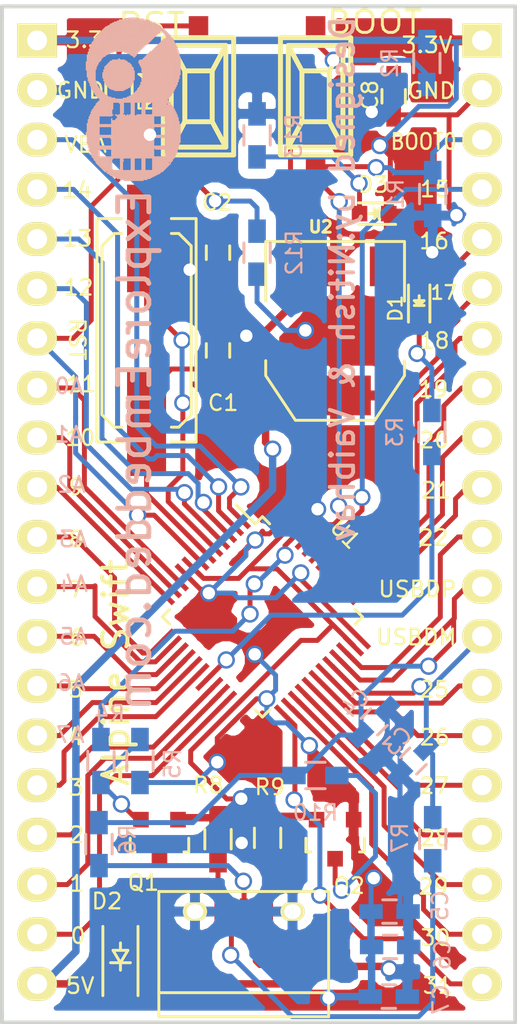
<source format=kicad_pcb>
(kicad_pcb (version 4) (host pcbnew "(2015-01-16 BZR 5376)-product")
  (layers (0 F.Cu signal) (31 B.Cu signal) (34 B.Paste user) (35 F.Paste user) (36 B.SilkS user) (37 F.SilkS user) (38 B.Mask user) (39 F.Mask user) (44 Edge.Cuts user))
  (net 0 "")
  (net 1 /OSC_OUT)
  (net 2 /OSC_IN)
  (net 3 "Net-(BUT1-Pad2)")
  (net 4 /44)
  (net 5 GND)
  (net 6 /USB_DM)
  (net 7 /USB_DP)
  (net 8 +3.3VP)
  (net 9 +5V)
  (net 10 "Net-(CON1-Pad2)")
  (net 11 "Net-(CON1-Pad3)")
  (net 12 "Net-(D1-Pad1)")
  (net 13 "Net-(D3-Pad2)")
  (net 14 "Net-(P1-Pad3)")
  (net 15 "Net-(P1-Pad4)")
  (net 16 "Net-(P1-Pad5)")
  (net 17 "Net-(P1-Pad6)")
  (net 18 /RESET)
  (net 19 /10)
  (net 20 /11)
  (net 21 /12)
  (net 22 /13)
  (net 23 /14)
  (net 24 /15)
  (net 25 /16)
  (net 26 /17)
  (net 27 "Net-(P1-Pad16)")
  (net 28 "Net-(P1-Pad17)")
  (net 29 "Net-(P1-Pad18)")
  (net 30 "Net-(P1-Pad19)")
  (net 31 /43)
  (net 32 /42)
  (net 33 /41)
  (net 34 /40)
  (net 35 /39)
  (net 36 /38)
  (net 37 /37)
  (net 38 "Net-(P2-Pad11)")
  (net 39 "Net-(P2-Pad14)")
  (net 40 "Net-(P2-Pad15)")
  (net 41 "Net-(P2-Pad16)")
  (net 42 /28)
  (net 43 /27)
  (net 44 /26)
  (net 45 /25)
  (net 46 "Net-(Q1-Pad1)")
  (net 47 "Net-(Q1-Pad2)")
  (net 48 "Net-(Q2-Pad3)")
  (net 49 "Net-(R3-Pad2)")
  (net 50 /DISC)
  (net 51 "Net-(R11-Pad1)")
  (module Pin_Headers:Pin_Header_Straight_1x20 (layer F.Cu) (at 142.9285 46.24)
    (fp_text reference P1 hide)
    (fp_text value CONN_01X20 hide)
    (pad 1 thru_hole rect (at 0 0) (size 2.032 1.7272) (drill 1.016) (layers *.Cu *.Mask F.SilkS) (net 8 +3.3VP))
    (pad 2 thru_hole oval (at 0 2.54) (size 2.032 1.7272) (drill 1.016) (layers *.Cu *.Mask F.SilkS) (net 5 GND))
    (pad 3 thru_hole oval (at 0 5.08) (size 2.032 1.7272) (drill 1.016) (layers *.Cu *.Mask F.SilkS) (net 14 "Net-(P1-Pad3)"))
    (pad 4 thru_hole oval (at 0 7.62) (size 2.032 1.7272) (drill 1.016) (layers *.Cu *.Mask F.SilkS) (net 15 "Net-(P1-Pad4)"))
    (pad 5 thru_hole oval (at 0 10.16) (size 2.032 1.7272) (drill 1.016) (layers *.Cu *.Mask F.SilkS) (net 16 "Net-(P1-Pad5)"))
    (pad 6 thru_hole oval (at 0 12.7) (size 2.032 1.7272) (drill 1.016) (layers *.Cu *.Mask F.SilkS) (net 17 "Net-(P1-Pad6)"))
    (pad 7 thru_hole oval (at 0 15.24) (size 2.032 1.7272) (drill 1.016) (layers *.Cu *.Mask F.SilkS) (net 18 /RESET))
    (pad 8 thru_hole oval (at 0 17.78) (size 2.032 1.7272) (drill 1.016) (layers *.Cu *.Mask F.SilkS) (net 19 /10))
    (pad 9 thru_hole oval (at 0 20.32) (size 2.032 1.7272) (drill 1.016) (layers *.Cu *.Mask F.SilkS) (net 20 /11))
    (pad 10 thru_hole oval (at 0 22.86) (size 2.032 1.7272) (drill 1.016) (layers *.Cu *.Mask F.SilkS) (net 21 /12))
    (pad 11 thru_hole oval (at 0 25.4) (size 2.032 1.7272) (drill 1.016) (layers *.Cu *.Mask F.SilkS) (net 22 /13))
    (pad 12 thru_hole oval (at 0 27.94) (size 2.032 1.7272) (drill 1.016) (layers *.Cu *.Mask F.SilkS) (net 23 /14))
    (pad 13 thru_hole oval (at 0 30.48) (size 2.032 1.7272) (drill 1.016) (layers *.Cu *.Mask F.SilkS) (net 24 /15))
    (pad 14 thru_hole oval (at 0 33.02) (size 2.032 1.7272) (drill 1.016) (layers *.Cu *.Mask F.SilkS) (net 25 /16))
    (pad 15 thru_hole oval (at 0 35.56) (size 2.032 1.7272) (drill 1.016) (layers *.Cu *.Mask F.SilkS) (net 26 /17))
    (pad 16 thru_hole oval (at 0 38.1) (size 2.032 1.7272) (drill 1.016) (layers *.Cu *.Mask F.SilkS) (net 27 "Net-(P1-Pad16)"))
    (pad 17 thru_hole oval (at 0 40.64) (size 2.032 1.7272) (drill 1.016) (layers *.Cu *.Mask F.SilkS) (net 28 "Net-(P1-Pad17)"))
    (pad 18 thru_hole oval (at 0 43.18) (size 2.032 1.7272) (drill 1.016) (layers *.Cu *.Mask F.SilkS) (net 29 "Net-(P1-Pad18)"))
    (pad 19 thru_hole oval (at 0 45.72) (size 2.032 1.7272) (drill 1.016) (layers *.Cu *.Mask F.SilkS) (net 30 "Net-(P1-Pad19)"))
    (pad 20 thru_hole oval (at 0 48.26) (size 2.032 1.7272) (drill 1.016) (layers *.Cu *.Mask F.SilkS) (net 9 +5V))
  )
  (module Pin_Headers:Pin_Header_Straight_1x20 (layer F.Cu) (at 165.725 46.24)
    (fp_text reference P2 hide)
    (fp_text value CONN_01X20 hide)
    (pad 1 thru_hole rect (at 0 0) (size 2.032 1.7272) (drill 1.016) (layers *.Cu *.Mask F.SilkS) (net 8 +3.3VP))
    (pad 2 thru_hole oval (at 0 2.54) (size 2.032 1.7272) (drill 1.016) (layers *.Cu *.Mask F.SilkS) (net 5 GND))
    (pad 3 thru_hole oval (at 0 5.08) (size 2.032 1.7272) (drill 1.016) (layers *.Cu *.Mask F.SilkS) (net 4 /44))
    (pad 4 thru_hole oval (at 0 7.62) (size 2.032 1.7272) (drill 1.016) (layers *.Cu *.Mask F.SilkS) (net 31 /43))
    (pad 5 thru_hole oval (at 0 10.16) (size 2.032 1.7272) (drill 1.016) (layers *.Cu *.Mask F.SilkS) (net 32 /42))
    (pad 6 thru_hole oval (at 0 12.7) (size 2.032 1.7272) (drill 1.016) (layers *.Cu *.Mask F.SilkS) (net 33 /41))
    (pad 7 thru_hole oval (at 0 15.24) (size 2.032 1.7272) (drill 1.016) (layers *.Cu *.Mask F.SilkS) (net 34 /40))
    (pad 8 thru_hole oval (at 0 17.78) (size 2.032 1.7272) (drill 1.016) (layers *.Cu *.Mask F.SilkS) (net 35 /39))
    (pad 9 thru_hole oval (at 0 20.32) (size 2.032 1.7272) (drill 1.016) (layers *.Cu *.Mask F.SilkS) (net 36 /38))
    (pad 10 thru_hole oval (at 0 22.86) (size 2.032 1.7272) (drill 1.016) (layers *.Cu *.Mask F.SilkS) (net 37 /37))
    (pad 11 thru_hole oval (at 0 25.4) (size 2.032 1.7272) (drill 1.016) (layers *.Cu *.Mask F.SilkS) (net 38 "Net-(P2-Pad11)"))
    (pad 12 thru_hole oval (at 0 27.94) (size 2.032 1.7272) (drill 1.016) (layers *.Cu *.Mask F.SilkS) (net 7 /USB_DP))
    (pad 13 thru_hole oval (at 0 30.48) (size 2.032 1.7272) (drill 1.016) (layers *.Cu *.Mask F.SilkS) (net 6 /USB_DM))
    (pad 14 thru_hole oval (at 0 33.02) (size 2.032 1.7272) (drill 1.016) (layers *.Cu *.Mask F.SilkS) (net 39 "Net-(P2-Pad14)"))
    (pad 15 thru_hole oval (at 0 35.56) (size 2.032 1.7272) (drill 1.016) (layers *.Cu *.Mask F.SilkS) (net 40 "Net-(P2-Pad15)"))
    (pad 16 thru_hole oval (at 0 38.1) (size 2.032 1.7272) (drill 1.016) (layers *.Cu *.Mask F.SilkS) (net 41 "Net-(P2-Pad16)"))
    (pad 17 thru_hole oval (at 0 40.64) (size 2.032 1.7272) (drill 1.016) (layers *.Cu *.Mask F.SilkS) (net 42 /28))
    (pad 18 thru_hole oval (at 0 43.18) (size 2.032 1.7272) (drill 1.016) (layers *.Cu *.Mask F.SilkS) (net 43 /27))
    (pad 19 thru_hole oval (at 0 45.72) (size 2.032 1.7272) (drill 1.016) (layers *.Cu *.Mask F.SilkS) (net 44 /26))
    (pad 20 thru_hole oval (at 0 48.26) (size 2.032 1.7272) (drill 1.016) (layers *.Cu *.Mask F.SilkS) (net 45 /25))
  )
  (module Crystals_Oscillators_SMD:Q_49U3HMS (layer F.Cu) (at 148.535 61.07 90)
    (fp_text reference 8MHZ1 hide)
    (fp_text value CRYSTAL hide)
    (pad 1 smd rect (at -4.699 0 90) (size 5.4991 1.99898) (layers F.Cu F.Paste F.Mask) (net 1 /OSC_OUT))
    (pad 2 smd rect (at 4.699 0 90) (size 5.4991 1.99898) (layers F.Cu F.Paste F.Mask) (net 2 /OSC_IN))
  )
  (module Capacitors_SMD:C_0603_HandSoldering (layer F.Cu) (at 152.197 62.1 90)
    (fp_text reference C1 (at -2.68 0.26 180) (layer F.SilkS) (effects (font (size 0.8 0.8) (thickness 0.12))))
    (fp_text value 18pF hide)
    (pad 1 smd rect (at -0.95 0 90) (size 1.2 0.75) (layers F.Cu F.Paste F.Mask) (net 1 /OSC_OUT))
    (pad 2 smd rect (at 0.95 0 90) (size 1.2 0.75) (layers F.Cu F.Paste F.Mask) (net 5 GND))
  )
  (module Capacitors_SMD:C_0603_HandSoldering (layer F.Cu) (at 152.197 57.1 270)
    (fp_text reference C2 (at -2.57 0.05 360) (layer F.SilkS) (effects (font (size 0.8 0.8) (thickness 0.12))))
    (fp_text value 18pF hide)
    (pad 1 smd rect (at -0.95 0 270) (size 1.2 0.75) (layers F.Cu F.Paste F.Mask) (net 2 /OSC_IN))
    (pad 2 smd rect (at 0.95 0 270) (size 1.2 0.75) (layers F.Cu F.Paste F.Mask) (net 5 GND))
  )
  (module Capacitors_SMD:C_0603_HandSoldering (layer B.Cu) (at 162.197 83.1 225)
    (fp_text reference C3 (at -0.162635 1.279863 225) (layer B.SilkS) (effects (font (size 0.8 0.8) (thickness 0.12)) (justify mirror)))
    (fp_text value 47pf hide)
    (pad 1 smd rect (at -0.95 0 225) (size 1.2 0.75) (layers B.Cu B.Paste B.Mask) (net 6 /USB_DM))
    (pad 2 smd rect (at 0.95 0 225) (size 1.2 0.75) (layers B.Cu B.Paste B.Mask) (net 5 GND))
  )
  (module Capacitors_SMD:C_0603_HandSoldering (layer B.Cu) (at 160.197 81.1 45)
    (fp_text reference C4 (at 0 -1.357645 45) (layer B.SilkS) (effects (font (size 0.8 0.8) (thickness 0.12)) (justify mirror)))
    (fp_text value 47pf hide)
    (pad 1 smd rect (at -0.95 0 45) (size 1.2 0.75) (layers B.Cu B.Paste B.Mask) (net 7 /USB_DP))
    (pad 2 smd rect (at 0.95 0 45) (size 1.2 0.75) (layers B.Cu B.Paste B.Mask) (net 5 GND))
  )
  (module Capacitors_SMD:C_0603_HandSoldering (layer B.Cu) (at 160.987 90.8 180)
    (fp_text reference C5 (at -2.59 0.3 270) (layer B.SilkS) (effects (font (size 0.8 0.8) (thickness 0.12)) (justify mirror)))
    (fp_text value .1uF hide)
    (pad 1 smd rect (at -0.95 0 180) (size 1.2 0.75) (layers B.Cu B.Paste B.Mask) (net 5 GND))
    (pad 2 smd rect (at 0.95 0 180) (size 1.2 0.75) (layers B.Cu B.Paste B.Mask) (net 8 +3.3VP))
  )
  (module Capacitors_SMD:C_0603_HandSoldering (layer B.Cu) (at 161.017 92.61 180)
    (fp_text reference C6 (at -2.678 -0.4 270) (layer B.SilkS) (effects (font (size 0.8 0.8) (thickness 0.12)) (justify mirror)))
    (fp_text value .1uF hide)
    (pad 1 smd rect (at -0.95 0 180) (size 1.2 0.75) (layers B.Cu B.Paste B.Mask) (net 5 GND))
    (pad 2 smd rect (at 0.95 0 180) (size 1.2 0.75) (layers B.Cu B.Paste B.Mask) (net 8 +3.3VP))
  )
  (module Capacitors_SMD:C_0603_HandSoldering (layer B.Cu) (at 160.947 95.15 180)
    (fp_text reference C7 (at -2.668 -0.15 270) (layer B.SilkS) (effects (font (size 0.8 0.8) (thickness 0.12)) (justify mirror)))
    (fp_text value .1uF hide)
    (pad 1 smd rect (at -0.95 0 180) (size 1.2 0.75) (layers B.Cu B.Paste B.Mask) (net 5 GND))
    (pad 2 smd rect (at 0.95 0 180) (size 1.2 0.75) (layers B.Cu B.Paste B.Mask) (net 8 +3.3VP))
  )
  (module Capacitors_SMD:C_0603_HandSoldering (layer F.Cu) (at 161.197 49.1 270)
    (fp_text reference C8 (at -0.05 1.21 270) (layer F.SilkS) (effects (font (size 0.8 0.8) (thickness 0.12))))
    (fp_text value 100uF hide)
    (pad 1 smd rect (at -0.95 0 270) (size 1.2 0.75) (layers F.Cu F.Paste F.Mask) (net 9 +5V))
    (pad 2 smd rect (at 0.95 0 270) (size 1.2 0.75) (layers F.Cu F.Paste F.Mask) (net 5 GND))
  )
  (module LEDs:LED-0603 (layer F.Cu) (at 162.505 59.55 90)
    (fp_text reference D1 (at -0.4 -1.22 270) (layer F.SilkS) (effects (font (size 0.7 0.7) (thickness 0.12))))
    (fp_text value LED hide)
    (pad 2 smd rect (at 0.7493 0 270) (size 0.79756 0.79756) (layers F.Cu F.Paste F.Mask) (net 5 GND))
    (pad 1 smd rect (at -0.7493 0 270) (size 0.79756 0.79756) (layers F.Cu F.Paste F.Mask) (net 12 "Net-(D1-Pad1)"))
  )
  (module LEDs:LED-0603 (layer F.Cu) (at 160.197 55.1 180)
    (fp_text reference D3 (at 0.05 1.48 180) (layer F.SilkS) (effects (font (size 0.8 0.8) (thickness 0.12))))
    (fp_text value LED hide)
    (pad 2 smd rect (at 0.7493 0) (size 0.79756 0.79756) (layers F.Cu F.Paste F.Mask) (net 13 "Net-(D3-Pad2)"))
    (pad 1 smd rect (at -0.7493 0) (size 0.79756 0.79756) (layers F.Cu F.Paste F.Mask) (net 8 +3.3VP))
  )
  (module Housings_SOT-23_SOT-143_TSOT-6:SOT-23 (layer F.Cu) (at 149.197 87.1 180)
    (fp_text reference Q1 (at 0.822 -2.22 180) (layer F.SilkS) (effects (font (size 0.8 0.8) (thickness 0.12))))
    (fp_text value BC547 hide)
    (pad 1 smd rect (at -0.95 1.00076 180) (size 0.8001 0.8001) (layers F.Cu F.Paste F.Mask) (net 46 "Net-(Q1-Pad1)"))
    (pad 2 smd rect (at 0.95 1.00076 180) (size 0.8001 0.8001) (layers F.Cu F.Paste F.Mask) (net 47 "Net-(Q1-Pad2)"))
    (pad 3 smd rect (at 0 -0.99822 180) (size 0.8001 0.8001) (layers F.Cu F.Paste F.Mask) (net 5 GND))
  )
  (module Housings_SOT-23_SOT-143_TSOT-6:SOT-23 (layer F.Cu) (at 158.197 87.1 180)
    (fp_text reference Q2 (at -0.72 -2.38 180) (layer F.SilkS) (effects (font (size 0.8 0.8) (thickness 0.12))))
    (fp_text value BC547 hide)
    (pad 1 smd rect (at -0.95 1.00076 180) (size 0.8001 0.8001) (layers F.Cu F.Paste F.Mask) (net 8 +3.3VP))
    (pad 2 smd rect (at 0.95 1.00076 180) (size 0.8001 0.8001) (layers F.Cu F.Paste F.Mask) (net 46 "Net-(Q1-Pad1)"))
    (pad 3 smd rect (at 0 -0.99822 180) (size 0.8001 0.8001) (layers F.Cu F.Paste F.Mask) (net 48 "Net-(Q2-Pad3)"))
  )
  (module Resistors_SMD:R_0603_HandSoldering (layer B.Cu) (at 163.197 54.1 270)
    (fp_text reference R1 (at 0 1.9 270) (layer B.SilkS) (effects (font (size 0.8 0.8) (thickness 0.12)) (justify mirror)))
    (fp_text value 10K hide)
    (pad 1 smd rect (at -1.1 0 270) (size 1.2 0.9) (layers B.Cu B.Paste B.Mask) (net 4 /44))
    (pad 2 smd rect (at 1.1 0 270) (size 1.2 0.9) (layers B.Cu B.Paste B.Mask) (net 5 GND))
  )
  (module Resistors_SMD:R_0603_HandSoldering (layer B.Cu) (at 162.897 47.4 270)
    (fp_text reference R2 (at 0 1.9 270) (layer B.SilkS) (effects (font (size 0.8 0.8) (thickness 0.12)) (justify mirror)))
    (fp_text value 1K hide)
    (pad 1 smd rect (at -1.1 0 270) (size 1.2 0.9) (layers B.Cu B.Paste B.Mask) (net 8 +3.3VP))
    (pad 2 smd rect (at 1.1 0 270) (size 1.2 0.9) (layers B.Cu B.Paste B.Mask) (net 3 "Net-(BUT1-Pad2)"))
  )
  (module Resistors_SMD:R_0603_HandSoldering (layer B.Cu) (at 163.155 66.27 270)
    (fp_text reference R3 (at 0 1.9 270) (layer B.SilkS) (effects (font (size 0.8 0.8) (thickness 0.12)) (justify mirror)))
    (fp_text value 1K hide)
    (pad 1 smd rect (at -1.1 0 270) (size 1.2 0.9) (layers B.Cu B.Paste B.Mask) (net 12 "Net-(D1-Pad1)"))
    (pad 2 smd rect (at 1.1 0 270) (size 1.2 0.9) (layers B.Cu B.Paste B.Mask) (net 49 "Net-(R3-Pad2)"))
  )
  (module Resistors_SMD:R_0603_HandSoldering (layer B.Cu) (at 146.197 83.1 90)
    (fp_text reference R4 (at 2.425 0.453 360) (layer B.SilkS) (effects (font (size 0.8 0.8) (thickness 0.12)) (justify mirror)))
    (fp_text value 1K hide)
    (pad 1 smd rect (at -1.1 0 90) (size 1.2 0.9) (layers B.Cu B.Paste B.Mask) (net 47 "Net-(Q1-Pad2)"))
    (pad 2 smd rect (at 1.1 0 90) (size 1.2 0.9) (layers B.Cu B.Paste B.Mask) (net 50 /DISC))
  )
  (module Resistors_SMD:R_0603_HandSoldering (layer B.Cu) (at 148.197 83.1 270)
    (fp_text reference R5 (at 0.14 -1.658 270) (layer B.SilkS) (effects (font (size 0.8 0.8) (thickness 0.12)) (justify mirror)))
    (fp_text value 47K hide)
    (pad 1 smd rect (at -1.1 0 270) (size 1.2 0.9) (layers B.Cu B.Paste B.Mask) (net 47 "Net-(Q1-Pad2)"))
    (pad 2 smd rect (at 1.1 0 270) (size 1.2 0.9) (layers B.Cu B.Paste B.Mask) (net 8 +3.3VP))
  )
  (module Resistors_SMD:R_0603_HandSoldering (layer B.Cu) (at 146.097 87.35 270)
    (fp_text reference R6 (at -0.24 -1.468 270) (layer B.SilkS) (effects (font (size 0.8 0.8) (thickness 0.12)) (justify mirror)))
    (fp_text value 22 hide)
    (pad 1 smd rect (at -1.1 0 270) (size 1.2 0.9) (layers B.Cu B.Paste B.Mask) (net 7 /USB_DP))
    (pad 2 smd rect (at 1.1 0 270) (size 1.2 0.9) (layers B.Cu B.Paste B.Mask) (net 11 "Net-(CON1-Pad3)"))
  )
  (module Resistors_SMD:R_0603_HandSoldering (layer B.Cu) (at 163.197 87.1 270)
    (fp_text reference R7 (at -0.07 1.68 270) (layer B.SilkS) (effects (font (size 0.8 0.8) (thickness 0.12)) (justify mirror)))
    (fp_text value 22 hide)
    (pad 1 smd rect (at -1.1 0 270) (size 1.2 0.9) (layers B.Cu B.Paste B.Mask) (net 6 /USB_DM))
    (pad 2 smd rect (at 1.1 0 270) (size 1.2 0.9) (layers B.Cu B.Paste B.Mask) (net 10 "Net-(CON1-Pad2)"))
  )
  (module Resistors_SMD:R_0603_HandSoldering (layer F.Cu) (at 152.197 87.1 270)
    (fp_text reference R8 (at -2.76 0.502 360) (layer F.SilkS) (effects (font (size 0.8 0.8) (thickness 0.12))))
    (fp_text value 10K hide)
    (pad 1 smd rect (at -1.1 0 270) (size 1.2 0.9) (layers F.Cu F.Paste F.Mask) (net 46 "Net-(Q1-Pad1)"))
    (pad 2 smd rect (at 1.1 0 270) (size 1.2 0.9) (layers F.Cu F.Paste F.Mask) (net 9 +5V))
  )
  (module Resistors_SMD:R_0603_HandSoldering (layer F.Cu) (at 154.737 87.03 90)
    (fp_text reference R9 (at 2.6 0.118 180) (layer F.SilkS) (effects (font (size 0.8 0.8) (thickness 0.12))))
    (fp_text value 36K hide)
    (pad 1 smd rect (at -1.1 0 90) (size 1.2 0.9) (layers F.Cu F.Paste F.Mask) (net 5 GND))
    (pad 2 smd rect (at 1.1 0 90) (size 1.2 0.9) (layers F.Cu F.Paste F.Mask) (net 46 "Net-(Q1-Pad1)"))
  )
  (module Resistors_SMD:R_0603_HandSoldering (layer B.Cu) (at 157.187 83.84)
    (fp_text reference R10 (at 0 1.9) (layer B.SilkS) (effects (font (size 0.8 0.8) (thickness 0.12)) (justify mirror)))
    (fp_text value 1.5K hide)
    (pad 1 smd rect (at -1.1 0) (size 1.2 0.9) (layers B.Cu B.Paste B.Mask) (net 7 /USB_DP))
    (pad 2 smd rect (at 1.1 0) (size 1.2 0.9) (layers B.Cu B.Paste B.Mask) (net 48 "Net-(Q2-Pad3)"))
  )
  (module Resistors_SMD:R_0603_HandSoldering (layer F.Cu) (at 147.122 48.9 270)
    (fp_text reference R11 (at -0.15 -1.443 270) (layer F.SilkS) (effects (font (size 0.8 0.8) (thickness 0.12))))
    (fp_text value 1K hide)
    (pad 1 smd rect (at -1.1 0 270) (size 1.2 0.9) (layers F.Cu F.Paste F.Mask) (net 51 "Net-(R11-Pad1)"))
    (pad 2 smd rect (at 1.1 0 270) (size 1.2 0.9) (layers F.Cu F.Paste F.Mask) (net 5 GND))
  )
  (module Resistors_SMD:R_0603_HandSoldering (layer B.Cu) (at 154.197 57.1 90)
    (fp_text reference R12 (at 0 1.9 90) (layer B.SilkS) (effects (font (size 0.8 0.8) (thickness 0.12)) (justify mirror)))
    (fp_text value 10K hide)
    (pad 1 smd rect (at -1.1 0 90) (size 1.2 0.9) (layers B.Cu B.Paste B.Mask) (net 8 +3.3VP))
    (pad 2 smd rect (at 1.1 0 90) (size 1.2 0.9) (layers B.Cu B.Paste B.Mask) (net 18 /RESET))
  )
  (module Resistors_SMD:R_0603_HandSoldering (layer B.Cu) (at 154.197 51.1 90)
    (fp_text reference R13 (at -0.05 1.88 90) (layer B.SilkS) (effects (font (size 0.8 0.8) (thickness 0.12)) (justify mirror)))
    (fp_text value 470 hide)
    (pad 1 smd rect (at -1.1 0 90) (size 1.2 0.9) (layers B.Cu B.Paste B.Mask) (net 13 "Net-(D3-Pad2)"))
    (pad 2 smd rect (at 1.1 0 90) (size 1.2 0.9) (layers B.Cu B.Paste B.Mask) (net 5 GND))
  )
  (module Housings_QFP:LQFP-48_7x7mm_Pitch0.5mm (layer F.Cu) (at 154.472 75.725 315)
    (fp_text reference U1 (at 0 -6 315) (layer F.SilkS) (effects (font (size 0.8 0.8) (thickness 0.12))))
    (fp_text value STM32F103C8 hide)
    (pad 1 smd rect (at -4.35 -2.75 315) (size 1.3 0.25) (layers F.Cu F.Paste F.Mask) (net 14 "Net-(P1-Pad3)"))
    (pad 2 smd rect (at -4.35 -2.25 315) (size 1.3 0.25) (layers F.Cu F.Paste F.Mask) (net 15 "Net-(P1-Pad4)"))
    (pad 3 smd rect (at -4.35 -1.75 315) (size 1.3 0.25) (layers F.Cu F.Paste F.Mask) (net 16 "Net-(P1-Pad5)"))
    (pad 4 smd rect (at -4.35 -1.25 315) (size 1.3 0.25) (layers F.Cu F.Paste F.Mask) (net 17 "Net-(P1-Pad6)"))
    (pad 5 smd rect (at -4.35 -0.75 315) (size 1.3 0.25) (layers F.Cu F.Paste F.Mask) (net 2 /OSC_IN))
    (pad 6 smd rect (at -4.35 -0.25 315) (size 1.3 0.25) (layers F.Cu F.Paste F.Mask) (net 1 /OSC_OUT))
    (pad 7 smd rect (at -4.35 0.25 315) (size 1.3 0.25) (layers F.Cu F.Paste F.Mask) (net 18 /RESET))
    (pad 8 smd rect (at -4.35 0.75 315) (size 1.3 0.25) (layers F.Cu F.Paste F.Mask) (net 5 GND))
    (pad 9 smd rect (at -4.35 1.25 315) (size 1.3 0.25) (layers F.Cu F.Paste F.Mask) (net 8 +3.3VP))
    (pad 10 smd rect (at -4.35 1.75 315) (size 1.3 0.25) (layers F.Cu F.Paste F.Mask) (net 19 /10))
    (pad 11 smd rect (at -4.35 2.25 315) (size 1.3 0.25) (layers F.Cu F.Paste F.Mask) (net 20 /11))
    (pad 12 smd rect (at -4.35 2.75 315) (size 1.3 0.25) (layers F.Cu F.Paste F.Mask) (net 21 /12))
    (pad 13 smd rect (at -2.75 4.35 45) (size 1.3 0.25) (layers F.Cu F.Paste F.Mask) (net 22 /13))
    (pad 14 smd rect (at -2.25 4.35 45) (size 1.3 0.25) (layers F.Cu F.Paste F.Mask) (net 23 /14))
    (pad 15 smd rect (at -1.75 4.35 45) (size 1.3 0.25) (layers F.Cu F.Paste F.Mask) (net 24 /15))
    (pad 16 smd rect (at -1.25 4.35 45) (size 1.3 0.25) (layers F.Cu F.Paste F.Mask) (net 25 /16))
    (pad 17 smd rect (at -0.75 4.35 45) (size 1.3 0.25) (layers F.Cu F.Paste F.Mask) (net 26 /17))
    (pad 18 smd rect (at -0.25 4.35 45) (size 1.3 0.25) (layers F.Cu F.Paste F.Mask) (net 27 "Net-(P1-Pad16)"))
    (pad 19 smd rect (at 0.25 4.35 45) (size 1.3 0.25) (layers F.Cu F.Paste F.Mask) (net 49 "Net-(R3-Pad2)"))
    (pad 20 smd rect (at 0.75 4.35 45) (size 1.3 0.25) (layers F.Cu F.Paste F.Mask) (net 28 "Net-(P1-Pad17)"))
    (pad 21 smd rect (at 1.25 4.35 45) (size 1.3 0.25) (layers F.Cu F.Paste F.Mask) (net 29 "Net-(P1-Pad18)"))
    (pad 22 smd rect (at 1.75 4.35 45) (size 1.3 0.25) (layers F.Cu F.Paste F.Mask) (net 30 "Net-(P1-Pad19)"))
    (pad 23 smd rect (at 2.25 4.35 45) (size 1.3 0.25) (layers F.Cu F.Paste F.Mask) (net 5 GND))
    (pad 24 smd rect (at 2.75 4.35 45) (size 1.3 0.25) (layers F.Cu F.Paste F.Mask) (net 8 +3.3VP))
    (pad 25 smd rect (at 4.35 2.75 315) (size 1.3 0.25) (layers F.Cu F.Paste F.Mask) (net 45 /25))
    (pad 26 smd rect (at 4.35 2.25 315) (size 1.3 0.25) (layers F.Cu F.Paste F.Mask) (net 44 /26))
    (pad 27 smd rect (at 4.35 1.75 315) (size 1.3 0.25) (layers F.Cu F.Paste F.Mask) (net 43 /27))
    (pad 28 smd rect (at 4.35 1.25 315) (size 1.3 0.25) (layers F.Cu F.Paste F.Mask) (net 42 /28))
    (pad 29 smd rect (at 4.35 0.75 315) (size 1.3 0.25) (layers F.Cu F.Paste F.Mask) (net 41 "Net-(P2-Pad16)"))
    (pad 30 smd rect (at 4.35 0.25 315) (size 1.3 0.25) (layers F.Cu F.Paste F.Mask) (net 40 "Net-(P2-Pad15)"))
    (pad 31 smd rect (at 4.35 -0.25 315) (size 1.3 0.25) (layers F.Cu F.Paste F.Mask) (net 39 "Net-(P2-Pad14)"))
    (pad 32 smd rect (at 4.35 -0.75 315) (size 1.3 0.25) (layers F.Cu F.Paste F.Mask) (net 6 /USB_DM))
    (pad 33 smd rect (at 4.35 -1.25 315) (size 1.3 0.25) (layers F.Cu F.Paste F.Mask) (net 7 /USB_DP))
    (pad 34 smd rect (at 4.35 -1.75 315) (size 1.3 0.25) (layers F.Cu F.Paste F.Mask) (net 38 "Net-(P2-Pad11)"))
    (pad 35 smd rect (at 4.35 -2.25 315) (size 1.3 0.25) (layers F.Cu F.Paste F.Mask) (net 5 GND))
    (pad 36 smd rect (at 4.35 -2.75 315) (size 1.3 0.25) (layers F.Cu F.Paste F.Mask) (net 8 +3.3VP))
    (pad 37 smd rect (at 2.75 -4.35 45) (size 1.3 0.25) (layers F.Cu F.Paste F.Mask) (net 37 /37))
    (pad 38 smd rect (at 2.25 -4.35 45) (size 1.3 0.25) (layers F.Cu F.Paste F.Mask) (net 36 /38))
    (pad 39 smd rect (at 1.75 -4.35 45) (size 1.3 0.25) (layers F.Cu F.Paste F.Mask) (net 35 /39))
    (pad 40 smd rect (at 1.25 -4.35 45) (size 1.3 0.25) (layers F.Cu F.Paste F.Mask) (net 34 /40))
    (pad 41 smd rect (at 0.75 -4.35 45) (size 1.3 0.25) (layers F.Cu F.Paste F.Mask) (net 33 /41))
    (pad 42 smd rect (at 0.25 -4.35 45) (size 1.3 0.25) (layers F.Cu F.Paste F.Mask) (net 32 /42))
    (pad 43 smd rect (at -0.25 -4.35 45) (size 1.3 0.25) (layers F.Cu F.Paste F.Mask) (net 31 /43))
    (pad 44 smd rect (at -0.75 -4.35 45) (size 1.3 0.25) (layers F.Cu F.Paste F.Mask) (net 4 /44))
    (pad 45 smd rect (at -1.25 -4.35 45) (size 1.3 0.25) (layers F.Cu F.Paste F.Mask) (net 4 /44))
    (pad 46 smd rect (at -1.75 -4.35 45) (size 1.3 0.25) (layers F.Cu F.Paste F.Mask) (net 50 /DISC))
    (pad 47 smd rect (at -2.25 -4.35 45) (size 1.3 0.25) (layers F.Cu F.Paste F.Mask) (net 5 GND))
    (pad 48 smd rect (at -2.75 -4.35 45) (size 1.3 0.25) (layers F.Cu F.Paste F.Mask) (net 8 +3.3VP))
  )
  (module lm1117:SOT-223 (layer F.Cu) (at 158.197 61.1 180)
    (fp_text reference U2 (at 0.74 5.32 360) (layer F.SilkS) (effects (font (size 0.6 0.6))))
    (fp_text value LMNEW hide)
    (pad 4 smd rect (at 0 -3.302 180) (size 3.6576 2.032) (layers F.Cu F.Paste F.Mask) (net 8 +3.3VP))
    (pad 2 smd rect (at 0 3.302 180) (size 1.016 2.032) (layers F.Cu F.Paste F.Mask) (net 8 +3.3VP))
    (pad 3 smd rect (at 2.286 3.302 180) (size 1.016 2.032) (layers F.Cu F.Paste F.Mask) (net 9 +5V))
    (pad 1 smd rect (at -2.286 3.302 180) (size 1.016 2.032) (layers F.Cu F.Paste F.Mask) (net 5 GND))
  )
  (module switches:smd_push (layer F.Cu) (at 157.197 49.1 90)
    (fp_text reference BOOT (at 3.79 3.028 180) (layer F.SilkS) (effects (font (size 1.143 1.27) (thickness 0.1524))))
    (fp_text value SPST hide)
    (pad 1 smd rect (at -3.59918 0 90) (size 1.00076 1.00076) (layers F.Cu F.Paste F.Mask) (net 4 /44))
    (pad 2 smd rect (at 3.59918 0 90) (size 1.00076 1.00076) (layers F.Cu F.Paste F.Mask) (net 3 "Net-(BUT1-Pad2)"))
  )
  (module Diodes_SMD:SOD-123 (layer F.Cu) (at 147.197 93.1 90)
    (fp_text reference D2 (at 2.83 -0.692 180) (layer F.SilkS) (effects (font (size 0.8 0.8) (thickness 0.12))))
    (fp_text value DIODE hide)
    (pad 1 smd rect (at -1.635 0 90) (size 0.91 1.22) (layers F.Cu F.Paste F.Mask) (net 8 +3.3VP))
    (pad 2 smd rect (at 1.635 0 90) (size 0.91 1.22) (layers F.Cu F.Paste F.Mask) (net 9 +5V))
  )
  (module switches:smd_push (layer F.Cu) (at 151.197 49.1 270)
    (fp_text reference RST (at -3.67 2.402 360) (layer F.SilkS) (effects (font (size 1.143 1.27) (thickness 0.1524))))
    (fp_text value SPST hide)
    (pad 1 smd rect (at -3.59918 0 270) (size 1.00076 1.00076) (layers F.Cu F.Paste F.Mask) (net 51 "Net-(R11-Pad1)"))
    (pad 2 smd rect (at 3.59918 0 270) (size 1.00076 1.00076) (layers F.Cu F.Paste F.Mask) (net 18 /RESET))
  )
  (module switches:USB_Micro-B (layer F.Cu) (at 152.215 90.8 90)
    (fp_text reference CON1 hide)
    (fp_text value USB-MICRO-B hide)
    (pad 1 smd rect (at 0 0 90) (size 1.35 0.4) (layers F.Cu F.Paste F.Mask) (net 9 +5V))
    (pad 2 smd rect (at 0 0.65 90) (size 1.35 0.4) (layers F.Cu F.Paste F.Mask) (net 10 "Net-(CON1-Pad2)"))
    (pad 3 smd rect (at 0 1.3 90) (size 1.35 0.4) (layers F.Cu F.Paste F.Mask) (net 11 "Net-(CON1-Pad3)"))
    (pad 4 smd rect (at 0 1.95 90) (size 1.35 0.4) (layers F.Cu F.Paste F.Mask) (net 5 GND))
    (pad 5 smd rect (at 0 2.6 90) (size 1.35 0.4) (layers F.Cu F.Paste F.Mask) (net 5 GND))
    (pad 6 thru_hole oval (at 0 -1.2 90) (size 0.95 1.25) (drill oval 0.75 0.85) (layers *.Cu *.Mask F.SilkS) (net 5 GND))
    (pad 7 thru_hole oval (at 0 3.8 90) (size 0.95 1.25) (drill oval 0.75 0.85) (layers *.Cu *.Mask F.SilkS) (net 5 GND))
    (pad 8 smd rect (at -2.7 -3 90) (size 1.55 2.5) (layers F.Cu F.Paste F.Mask) (net 5 GND))
    (pad 9 smd rect (at -2.7 5.5 90) (size 1.55 2.5) (layers F.Cu F.Paste F.Mask) (net 5 GND))
  )
  (module "LOGO:LOGO (2)" (layer B.Cu) (at 145.075 44.425 270)
    (fp_text reference LOGO hide)
    (fp_text value "" (at 0 0 270) (layer F.SilkS))
  )
  (gr_line (start 141.125 95.85) (end 141.125 96.175) (angle 90) (layer Edge.Cuts) (width 0.2))
  (gr_line (start 141.125 96.375) (end 141.125 96.125) (angle 90) (layer Edge.Cuts) (width 0.2))
  (gr_line (start 141.125 96.475) (end 141.125 96.175) (angle 90) (layer Edge.Cuts) (width 0.2))
  (gr_line (start 141.15 96.475) (end 141.125 96.475) (angle 90) (layer Edge.Cuts) (width 0.2))
  (gr_line (start 167.425 96.475) (end 141.15 96.475) (angle 90) (layer Edge.Cuts) (width 0.2))
  (gr_line (start 167.425 96.375) (end 167.425 96.475) (angle 90) (layer Edge.Cuts) (width 0.2))
  (gr_line (start 141.525 44.5) (end 141.625 44.5) (angle 90) (layer Edge.Cuts) (width 0.2))
  (gr_line (start 141.125 44.5) (end 141.525 44.5) (angle 90) (layer Edge.Cuts) (width 0.2))
  (gr_line (start 141.125 45.1) (end 141.125 44.5) (angle 90) (layer Edge.Cuts) (width 0.2))
  (gr_line (start 141.125 96.3) (end 141.125 44.5) (angle 90) (layer Edge.Cuts) (width 0.2))
  (gr_line (start 167.425 44.5) (end 167.425 96.3) (angle 90) (layer Edge.Cuts) (width 0.2))
  (gr_line (start 141.225 44.5) (end 167.425 44.5) (angle 90) (layer Edge.Cuts) (width 0.2))
  (gr_text "Alpine Swift" (at 146.965 78.57 90) (layer F.SilkS) (effects (font (size 1.3 1.3) (thickness 0.2))))
  (gr_text "Designed by:Nitish & Vaibhav" (at 158.575 58.45 90) (layer B.SilkS) (effects (font (size 1.2 1.2) (thickness 0.2)) (justify mirror)))
  (gr_text ExploreEmbedded.com (at 147.925 67.2 90) (layer B.SilkS) (effects (font (size 1.6 1.6) (thickness 0.25)) (justify mirror)))
  (gr_text A7 (at 144.63 81.76) (layer B.SilkS) (effects (font (size 0.8 0.8) (thickness 0.12)) (justify mirror)))
  (gr_text A6 (at 144.69 79.1) (layer B.SilkS) (effects (font (size 0.8 0.8) (thickness 0.12)) (justify mirror)))
  (gr_text A5 (at 144.79 76.73) (layer B.SilkS) (effects (font (size 0.8 0.8) (thickness 0.12)) (justify mirror)))
  (gr_text A4 (at 144.8 74.04) (layer B.SilkS) (effects (font (size 0.8 0.8) (thickness 0.12)) (justify mirror)))
  (gr_text A3 (at 144.77 71.75) (layer B.SilkS) (effects (font (size 0.8 0.8) (thickness 0.12)) (justify mirror)))
  (gr_text A2 (at 144.69 68.96) (layer B.SilkS) (effects (font (size 0.8 0.8) (thickness 0.12)) (justify mirror)))
  (gr_text A1 (at 144.55 66.4) (layer B.SilkS) (effects (font (size 0.8 0.8) (thickness 0.12)) (justify mirror)))
  (gr_text A0 (at 144.56 63.92) (layer B.SilkS) (effects (font (size 0.8 0.8) (thickness 0.12)) (justify mirror)))
  (gr_text 3.3V (at 145.685 46.22) (layer F.SilkS) (effects (font (size 0.8 0.8) (thickness 0.12))))
  (gr_text GND (at 145.145 48.8) (layer F.SilkS) (effects (font (size 0.8 0.8) (thickness 0.12))))
  (gr_text VBAT (at 145.715 51.57) (layer F.SilkS) (effects (font (size 0.8 0.8) (thickness 0.12))))
  (gr_text 14 (at 144.975 53.9) (layer F.SilkS) (effects (font (size 0.8 0.8) (thickness 0.12))))
  (gr_text 13 (at 145 56.375) (layer F.SilkS) (effects (font (size 0.8 0.8) (thickness 0.12))))
  (gr_text 12 (at 145.05 58.875) (layer F.SilkS) (effects (font (size 0.8 0.8) (thickness 0.12))))
  (gr_text RST (at 144.975 61.525 270) (layer F.SilkS) (effects (font (size 0.8 0.8) (thickness 0.12))))
  (gr_text 11 (at 145.175 63.825) (layer F.SilkS) (effects (font (size 0.8 0.8) (thickness 0.12))))
  (gr_text 10 (at 145.135 66.57) (layer F.SilkS) (effects (font (size 0.8 0.8) (thickness 0.12))))
  (gr_text 9 (at 144.915 69.1) (layer F.SilkS) (effects (font (size 0.8 0.8) (thickness 0.12))))
  (gr_text 8 (at 144.915 71.76) (layer F.SilkS) (effects (font (size 0.8 0.8) (thickness 0.12))))
  (gr_text 7 (at 144.935 74.32) (layer F.SilkS) (effects (font (size 0.8 0.8) (thickness 0.12))))
  (gr_text 6 (at 144.975 76.8) (layer F.SilkS) (effects (font (size 0.8 0.8) (thickness 0.12))))
  (gr_text 5 (at 144.895 79.44) (layer F.SilkS) (effects (font (size 0.8 0.8) (thickness 0.12))))
  (gr_text 4 (at 144.905 81.87) (layer F.SilkS) (effects (font (size 0.8 0.8) (thickness 0.12))))
  (gr_text 3 (at 144.915 84.46) (layer F.SilkS) (effects (font (size 0.8 0.8) (thickness 0.12))))
  (gr_text 2 (at 144.945 86.88) (layer F.SilkS) (effects (font (size 0.8 0.8) (thickness 0.12))))
  (gr_text 1 (at 144.965 89.37) (layer F.SilkS) (effects (font (size 0.8 0.8) (thickness 0.12))))
  (gr_text 0 (at 145.025 92.04) (layer F.SilkS) (effects (font (size 0.8 0.8) (thickness 0.12))))
  (gr_text 3.3V (at 162.905 46.48) (layer F.SilkS) (effects (font (size 0.8 0.8) (thickness 0.12))))
  (gr_text BOOT0 (at 162.735 51.42) (layer F.SilkS) (effects (font (size 0.8 0.7) (thickness 0.12))))
  (gr_text 15 (at 163.317 53.85) (layer F.SilkS) (effects (font (size 0.8 0.8) (thickness 0.12))))
  (gr_text 16 (at 163.275 56.51) (layer F.SilkS) (effects (font (size 0.8 0.8) (thickness 0.12))))
  (gr_text 17 (at 163.765 59.14) (layer F.SilkS) (effects (font (size 0.7 0.7) (thickness 0.12))))
  (gr_text 5V (at 145.135 94.6) (layer F.SilkS) (effects (font (size 0.8 0.8) (thickness 0.12))))
  (gr_text 18 (at 163.295 61.6) (layer F.SilkS) (effects (font (size 0.8 0.8) (thickness 0.12))))
  (gr_text 19 (at 163.235 64.08) (layer F.SilkS) (effects (font (size 0.8 0.8) (thickness 0.12))))
  (gr_text 20 (at 163.277 66.69) (layer F.SilkS) (effects (font (size 0.8 0.8) (thickness 0.12))))
  (gr_text 21 (at 163.365 69.26) (layer F.SilkS) (effects (font (size 0.8 0.8) (thickness 0.12))))
  (gr_text 22 (at 163.237 71.68) (layer F.SilkS) (effects (font (size 0.8 0.8) (thickness 0.12))))
  (gr_text USBDP (at 162.417 74.31) (layer F.SilkS) (effects (font (size 0.8 0.8) (thickness 0.12))))
  (gr_text USBDM (at 162.355 76.77) (layer F.SilkS) (effects (font (size 0.8 0.8) (thickness 0.12))))
  (gr_text 25 (at 163.275 79.44) (layer F.SilkS) (effects (font (size 0.8 0.8) (thickness 0.12))))
  (gr_text 26 (at 163.305 81.89) (layer F.SilkS) (effects (font (size 0.8 0.8) (thickness 0.12))))
  (gr_text 27 (at 163.285 84.37) (layer F.SilkS) (effects (font (size 0.8 0.8) (thickness 0.12))))
  (gr_text 28 (at 163.315 87.04) (layer F.SilkS) (effects (font (size 0.8 0.8) (thickness 0.12))))
  (gr_text 29 (at 163.235 89.52) (layer F.SilkS) (effects (font (size 0.8 0.8) (thickness 0.12))))
  (gr_text "GND\n" (at 163.125 48.82) (layer F.SilkS) (effects (font (size 0.8 0.8) (thickness 0.12))))
  (gr_text 30 (at 163.345 92.14) (layer F.SilkS) (effects (font (size 0.8 0.8) (thickness 0.12))))
  (gr_text 31 (at 163.455 94.59) (layer F.SilkS) (effects (font (size 0.8 0.8) (thickness 0.12))))
  (segment (start 159.997 93.3) (end 159.947 93.25) (width 0.254) (layer B.Cu) (net 0))
  (segment (start 159.997 93.3) (end 159.947 93.25) (width 0.381) (layer B.Cu) (net 0))
  (segment (start 149.805 63.05) (end 152.197 63.05) (width 0.254) (layer F.Cu) (net 1))
  (segment (start 148.535 64.32) (end 149.805 63.05) (width 0.254) (layer F.Cu) (net 1))
  (segment (start 148.535 65.769) (end 148.535 64.32) (width 0.254) (layer F.Cu) (net 1))
  (segment (start 148.535 69.43) (end 148.535 65.769) (width 0.254) (layer F.Cu) (net 1))
  (segment (start 151.572862 72.467862) (end 148.535 69.43) (width 0.254) (layer F.Cu) (net 1))
  (segment (start 151.572862 72.472309) (end 151.572862 72.467862) (width 0.254) (layer F.Cu) (net 1))
  (segment (start 148.535 59) (end 148.535 56.371) (width 0.254) (layer F.Cu) (net 2))
  (segment (start 151.976 56.371) (end 152.197 56.15) (width 0.254) (layer F.Cu) (net 2))
  (segment (start 148.535 56.371) (end 151.976 56.371) (width 0.254) (layer F.Cu) (net 2))
  (segment (start 149.645 69.83) (end 149.645 69.15) (width 0.254) (layer F.Cu) (net 2))
  (segment (start 149.645 69.15) (end 150.395 68.4) (width 0.254) (layer F.Cu) (net 2))
  (segment (start 150.395 68.4) (end 150.395 64.78) (width 0.254) (layer F.Cu) (net 2))
  (via (at 150.395 64.78) (size 0.889) (layers F.Cu B.Cu) (net 2))
  (segment (start 150.395 64.78) (end 150.355 64.74) (width 0.254) (layer B.Cu) (net 2))
  (segment (start 150.355 64.74) (end 150.355 61.58) (width 0.254) (layer B.Cu) (net 2))
  (via (at 150.355 61.58) (size 0.889) (layers F.Cu B.Cu) (net 2))
  (segment (start 150.355 61.58) (end 148.535 59.76) (width 0.254) (layer F.Cu) (net 2))
  (segment (start 148.535 59.76) (end 148.535 56.371) (width 0.254) (layer F.Cu) (net 2))
  (segment (start 151.926416 72.111416) (end 149.645 69.83) (width 0.254) (layer F.Cu) (net 2))
  (segment (start 151.926416 72.118755) (end 151.926416 72.111416) (width 0.254) (layer F.Cu) (net 2))
  (segment (start 162.897 47.984) (end 162.897 48.5) (width 0.254) (layer B.Cu) (net 3))
  (segment (start 157.197 46.348) (end 158.105 47.256) (width 0.254) (layer F.Cu) (net 3))
  (via (at 158.105 47.256) (size 0.889) (layers F.Cu B.Cu) (net 3))
  (segment (start 158.105 47.256) (end 162.169 47.256) (width 0.254) (layer B.Cu) (net 3))
  (segment (start 162.169 47.256) (end 162.897 47.984) (width 0.254) (layer B.Cu) (net 3))
  (segment (start 157.197 45.50082) (end 157.197 46.348) (width 0.254) (layer F.Cu) (net 3))
  (segment (start 161.247 53) (end 160.997 52.75) (width 0.254) (layer B.Cu) (net 4))
  (segment (start 160.997 52.75) (end 160.297 52.75) (width 0.254) (layer B.Cu) (net 4))
  (via (at 160.297 52.75) (size 0.889) (layers F.Cu B.Cu) (net 4))
  (segment (start 160.297 52.75) (end 160.24618 52.69918) (width 0.254) (layer F.Cu) (net 4))
  (segment (start 160.24618 52.69918) (end 157.197 52.69918) (width 0.254) (layer F.Cu) (net 4))
  (segment (start 163.197 53) (end 161.247 53) (width 0.254) (layer B.Cu) (net 4))
  (segment (start 158.127 71.01) (end 158.457 70.68) (width 0.254) (layer F.Cu) (net 4))
  (segment (start 157.018245 72.118755) (end 158.127 71.01) (width 0.254) (layer F.Cu) (net 4))
  (segment (start 157.017584 72.118755) (end 157.018245 72.118755) (width 0.254) (layer F.Cu) (net 4))
  (segment (start 157.197 53.69) (end 157.207 53.7) (width 0.254) (layer F.Cu) (net 4))
  (segment (start 157.197 52.69918) (end 157.197 53.69) (width 0.254) (layer F.Cu) (net 4))
  (segment (start 158.407 70.68) (end 158.457 70.68) (width 0.254) (layer F.Cu) (net 4))
  (segment (start 158.407 70.09) (end 158.377 70.06) (width 0.254) (layer F.Cu) (net 4))
  (via (at 158.377 70.06) (size 0.889) (layers F.Cu B.Cu) (net 4))
  (segment (start 158.377 70.06) (end 158.407 70.03) (width 0.254) (layer B.Cu) (net 4))
  (segment (start 158.407 70.03) (end 158.407 54.49) (width 0.254) (layer B.Cu) (net 4))
  (via (at 158.407 54.49) (size 0.889) (layers F.Cu B.Cu) (net 4))
  (segment (start 158.407 54.49) (end 157.607 53.69) (width 0.254) (layer F.Cu) (net 4))
  (segment (start 157.607 53.69) (end 157.197 53.69) (width 0.254) (layer F.Cu) (net 4))
  (segment (start 158.407 70.68) (end 158.407 70.09) (width 0.254) (layer F.Cu) (net 4))
  (segment (start 157.427 71.01) (end 158.127 71.01) (width 0.254) (layer F.Cu) (net 4))
  (segment (start 156.671798 71.765202) (end 157.427 71.01) (width 0.254) (layer F.Cu) (net 4))
  (segment (start 156.664031 71.765202) (end 156.671798 71.765202) (width 0.254) (layer F.Cu) (net 4))
  (segment (start 163.197 52.01) (end 163.887 51.32) (width 0.254) (layer B.Cu) (net 4))
  (segment (start 163.887 51.32) (end 165.725 51.32) (width 0.254) (layer B.Cu) (net 4))
  (segment (start 163.197 53) (end 163.197 52.01) (width 0.254) (layer B.Cu) (net 4))
  (segment (start 154.165 90.8) (end 154.165 93.31) (width 0.381) (layer F.Cu) (net 5))
  (segment (start 154.355 93.5) (end 155.305 93.5) (width 0.381) (layer F.Cu) (net 5))
  (segment (start 154.165 93.31) (end 154.355 93.5) (width 0.381) (layer F.Cu) (net 5))
  (segment (start 154.815 90.8) (end 154.815 93.01) (width 0.381) (layer F.Cu) (net 5))
  (segment (start 155.305 93.5) (end 157.715 93.5) (width 0.381) (layer F.Cu) (net 5))
  (segment (start 154.815 93.01) (end 155.305 93.5) (width 0.381) (layer F.Cu) (net 5))
  (segment (start 147.122 50) (end 146.375 50) (width 0.254) (layer F.Cu) (net 5))
  (segment (start 145.155 48.78) (end 142.9285 48.78) (width 0.254) (layer F.Cu) (net 5))
  (segment (start 146.375 50) (end 145.155 48.78) (width 0.254) (layer F.Cu) (net 5))
  (segment (start 161.847 95.1) (end 161.897 95.15) (width 0.254) (layer B.Cu) (net 5))
  (segment (start 163.197 57.05) (end 163.172 57.075) (width 0.254) (layer B.Cu) (net 5))
  (via (at 163.172 57.075) (size 0.889) (layers F.Cu B.Cu) (net 5))
  (segment (start 163.172 57.075) (end 162.449 57.798) (width 0.254) (layer F.Cu) (net 5))
  (segment (start 162.213 57.798) (end 160.483 57.798) (width 0.254) (layer F.Cu) (net 5))
  (segment (start 162.449 57.798) (end 162.213 57.798) (width 0.254) (layer F.Cu) (net 5))
  (segment (start 163.197 55.2) (end 163.197 57.05) (width 0.254) (layer B.Cu) (net 5))
  (segment (start 159.972 50) (end 160.072 49.9) (width 0.254) (layer B.Cu) (net 5))
  (via (at 160.072 49.9) (size 0.889) (layers F.Cu B.Cu) (net 5))
  (segment (start 160.072 49.9) (end 160.222 50.05) (width 0.254) (layer F.Cu) (net 5))
  (segment (start 160.222 50.05) (end 161.197 50.05) (width 0.254) (layer F.Cu) (net 5))
  (segment (start 154.197 50) (end 159.972 50) (width 0.254) (layer B.Cu) (net 5))
  (segment (start 164.455 50.05) (end 165.725 48.78) (width 0.254) (layer F.Cu) (net 5))
  (segment (start 164.037 50.05) (end 164.455 50.05) (width 0.254) (layer F.Cu) (net 5))
  (segment (start 161.197 50.05) (end 164.037 50.05) (width 0.254) (layer F.Cu) (net 5))
  (segment (start 150.865755 73.179416) (end 150.851416 73.179416) (width 0.254) (layer F.Cu) (net 5))
  (segment (start 154.8321 88.2251) (end 154.737 88.13) (width 0.254) (layer F.Cu) (net 5))
  (segment (start 154.8321 90.90546) (end 154.8321 88.2251) (width 0.254) (layer F.Cu) (net 5))
  (segment (start 152.197 61.15) (end 152.197 58.05) (width 0.254) (layer F.Cu) (net 5))
  (segment (start 151.457 73.76) (end 153.255019 73.76) (width 0.254) (layer F.Cu) (net 5))
  (segment (start 153.745019 73.27) (end 155.956924 71.058095) (width 0.254) (layer F.Cu) (net 5))
  (segment (start 153.255019 73.76) (end 153.745019 73.27) (width 0.254) (layer F.Cu) (net 5))
  (segment (start 150.876416 73.179416) (end 151.457 73.76) (width 0.254) (layer F.Cu) (net 5))
  (segment (start 150.865755 73.179416) (end 150.876416 73.179416) (width 0.254) (layer F.Cu) (net 5))
  (segment (start 155.217 73.27) (end 153.745019 73.27) (width 0.254) (layer F.Cu) (net 5))
  (segment (start 158.082 76.135) (end 155.217 73.27) (width 0.254) (layer F.Cu) (net 5))
  (segment (start 159.138905 77.191905) (end 158.082 76.135) (width 0.254) (layer F.Cu) (net 5))
  (segment (start 159.138905 77.209924) (end 159.138905 77.191905) (width 0.254) (layer F.Cu) (net 5))
  (segment (start 157.287 76.93) (end 158.082 76.135) (width 0.254) (layer F.Cu) (net 5))
  (segment (start 156.447 76.93) (end 157.287 76.93) (width 0.254) (layer F.Cu) (net 5))
  (segment (start 152.987076 80.389924) (end 156.447 76.93) (width 0.254) (layer F.Cu) (net 5))
  (segment (start 152.987076 80.391905) (end 152.987076 80.389924) (width 0.254) (layer F.Cu) (net 5))
  (segment (start 156.787 70.22) (end 157.297 70.22) (width 0.254) (layer F.Cu) (net 5))
  (via (at 157.297 70.22) (size 0.889) (layers F.Cu B.Cu) (net 5))
  (segment (start 157.297 70.22) (end 157.357 70.16) (width 0.254) (layer B.Cu) (net 5))
  (segment (start 157.357 70.16) (end 157.357 65.03) (width 0.254) (layer B.Cu) (net 5))
  (segment (start 157.357 65.03) (end 153.677 61.35) (width 0.254) (layer B.Cu) (net 5))
  (segment (start 153.677 61.35) (end 153.647 61.35) (width 0.254) (layer B.Cu) (net 5))
  (via (at 153.647 61.35) (size 0.889) (layers F.Cu B.Cu) (net 5))
  (segment (start 153.647 61.35) (end 153.447 61.15) (width 0.254) (layer F.Cu) (net 5))
  (segment (start 153.447 61.15) (end 152.197 61.15) (width 0.254) (layer F.Cu) (net 5))
  (segment (start 155.956924 71.050076) (end 156.787 70.22) (width 0.254) (layer F.Cu) (net 5))
  (segment (start 155.956924 71.058095) (end 155.956924 71.050076) (width 0.254) (layer F.Cu) (net 5))
  (segment (start 147.122 50) (end 147.122 50.075) (width 0.254) (layer F.Cu) (net 5))
  (segment (start 164.397 55.2) (end 164.417 55.18) (width 0.254) (layer B.Cu) (net 5))
  (via (at 164.417 55.18) (size 0.889) (layers F.Cu B.Cu) (net 5))
  (segment (start 164.417 55.18) (end 164.037 54.8) (width 0.254) (layer F.Cu) (net 5))
  (segment (start 164.037 54.8) (end 164.037 50.05) (width 0.254) (layer F.Cu) (net 5))
  (segment (start 163.197 55.2) (end 164.397 55.2) (width 0.254) (layer B.Cu) (net 5))
  (segment (start 151.0321 92.60546) (end 150.0321 93.60546) (width 0.381) (layer F.Cu) (net 5))
  (segment (start 151.0321 90.90546) (end 151.0321 92.60546) (width 0.381) (layer F.Cu) (net 5))
  (segment (start 151.36846 93.60546) (end 152.263 94.5) (width 0.381) (layer F.Cu) (net 5))
  (segment (start 152.263 94.5) (end 156.13756 94.5) (width 0.381) (layer F.Cu) (net 5))
  (segment (start 156.13756 94.5) (end 157.0321 93.60546) (width 0.381) (layer F.Cu) (net 5))
  (segment (start 150.0321 93.60546) (end 151.36846 93.60546) (width 0.381) (layer F.Cu) (net 5))
  (segment (start 156.0321 88.8711) (end 156.0321 90.90546) (width 0.381) (layer F.Cu) (net 5))
  (segment (start 155.291 88.13) (end 156.0321 88.8711) (width 0.381) (layer F.Cu) (net 5))
  (segment (start 154.737 88.13) (end 155.291 88.13) (width 0.381) (layer F.Cu) (net 5))
  (segment (start 149.215 51.066) (end 148.707 51.066) (width 0.381) (layer B.Cu) (net 5))
  (segment (start 150.281 50) (end 149.215 51.066) (width 0.381) (layer B.Cu) (net 5))
  (segment (start 154.197 50) (end 150.281 50) (width 0.381) (layer B.Cu) (net 5))
  (segment (start 160.868751 82.148249) (end 161.525249 82.804747) (width 0.254) (layer B.Cu) (net 5))
  (segment (start 161.525249 82.804747) (end 161.525249 83.771751) (width 0.254) (layer B.Cu) (net 5))
  (segment (start 160.868751 80.428249) (end 160.868751 82.148249) (width 0.254) (layer B.Cu) (net 5))
  (segment (start 161.525249 83.771751) (end 161.525249 91.028249) (width 0.254) (layer B.Cu) (net 5))
  (segment (start 161.937 92.58) (end 161.967 92.61) (width 0.381) (layer B.Cu) (net 5))
  (segment (start 161.937 90.8) (end 161.937 92.58) (width 0.381) (layer B.Cu) (net 5))
  (segment (start 161.967 95.08) (end 161.897 95.15) (width 0.381) (layer B.Cu) (net 5))
  (segment (start 161.967 93.76) (end 161.967 95.08) (width 0.381) (layer B.Cu) (net 5))
  (segment (start 161.967 92.61) (end 161.967 93.76) (width 0.381) (layer B.Cu) (net 5))
  (segment (start 160.84246 93.60546) (end 160.967 93.73) (width 0.381) (layer F.Cu) (net 5))
  (via (at 160.967 93.73) (size 0.889) (layers F.Cu B.Cu) (net 5))
  (segment (start 160.967 93.73) (end 160.997 93.76) (width 0.381) (layer B.Cu) (net 5))
  (segment (start 160.997 93.76) (end 161.967 93.76) (width 0.381) (layer B.Cu) (net 5))
  (segment (start 157.0321 93.60546) (end 160.84246 93.60546) (width 0.381) (layer F.Cu) (net 5))
  (segment (start 152.647 85.04) (end 152.657 85.05) (width 0.254) (layer F.Cu) (net 5))
  (segment (start 150.797 83.19) (end 152.647 85.04) (width 0.254) (layer F.Cu) (net 5))
  (segment (start 150.797 82.58) (end 150.797 83.19) (width 0.254) (layer F.Cu) (net 5))
  (segment (start 152.985095 80.391905) (end 150.797 82.58) (width 0.254) (layer F.Cu) (net 5))
  (segment (start 152.987076 80.391905) (end 152.985095 80.391905) (width 0.254) (layer F.Cu) (net 5))
  (segment (start 154.067 88.13) (end 153.407 87.47) (width 0.254) (layer F.Cu) (net 5))
  (segment (start 153.407 87.47) (end 153.407 87.29) (width 0.254) (layer F.Cu) (net 5))
  (via (at 153.407 87.29) (size 0.889) (layers F.Cu B.Cu) (net 5))
  (segment (start 153.407 87.29) (end 153.387 87.27) (width 0.254) (layer B.Cu) (net 5))
  (segment (start 153.387 87.27) (end 153.387 85.03) (width 0.254) (layer B.Cu) (net 5))
  (via (at 153.387 85.03) (size 0.889) (layers F.Cu B.Cu) (net 5))
  (segment (start 153.387 85.03) (end 153.377 85.04) (width 0.254) (layer F.Cu) (net 5))
  (segment (start 153.377 85.04) (end 152.647 85.04) (width 0.254) (layer F.Cu) (net 5))
  (segment (start 154.737 88.13) (end 154.067 88.13) (width 0.254) (layer F.Cu) (net 5))
  (segment (start 149.757 87.29) (end 153.407 87.29) (width 0.254) (layer F.Cu) (net 5))
  (segment (start 149.197 87.85) (end 149.757 87.29) (width 0.254) (layer F.Cu) (net 5))
  (segment (start 149.197 88.09822) (end 149.197 87.85) (width 0.254) (layer F.Cu) (net 5))
  (segment (start 156.0321 92.60546) (end 157.0321 93.60546) (width 0.381) (layer F.Cu) (net 5))
  (segment (start 156.0321 90.90546) (end 156.0321 92.60546) (width 0.381) (layer F.Cu) (net 5))
  (segment (start 150.825 58.05) (end 150.745 57.97) (width 0.254) (layer F.Cu) (net 5))
  (via (at 150.745 57.97) (size 0.889) (layers F.Cu B.Cu) (net 5))
  (segment (start 150.745 57.97) (end 150.135 57.36) (width 0.254) (layer B.Cu) (net 5))
  (segment (start 150.135 57.36) (end 150.135 53.75) (width 0.254) (layer B.Cu) (net 5))
  (segment (start 150.135 53.75) (end 148.707 52.322) (width 0.254) (layer B.Cu) (net 5))
  (segment (start 148.707 52.322) (end 148.707 51.066) (width 0.254) (layer B.Cu) (net 5))
  (segment (start 152.197 58.05) (end 150.825 58.05) (width 0.254) (layer F.Cu) (net 5))
  (via (at 148.707 51.066) (size 0.889) (layers F.Cu B.Cu) (net 5))
  (segment (start 148.707 50.558) (end 148.707 51.066) (width 0.381) (layer F.Cu) (net 5))
  (segment (start 148.149 50) (end 148.707 50.558) (width 0.381) (layer F.Cu) (net 5))
  (segment (start 147.122 50) (end 148.149 50) (width 0.381) (layer F.Cu) (net 5))
  (segment (start 162.505 58.09) (end 162.213 57.798) (width 0.254) (layer F.Cu) (net 5))
  (segment (start 162.505 58.8007) (end 162.505 58.09) (width 0.254) (layer F.Cu) (net 5))
  (segment (start 163.197 82.756498) (end 162.868751 82.428249) (width 0.254) (layer B.Cu) (net 6))
  (segment (start 163.197 86) (end 163.197 82.756498) (width 0.254) (layer B.Cu) (net 6))
  (segment (start 162.868751 79.576249) (end 165.725 76.72) (width 0.254) (layer B.Cu) (net 6))
  (segment (start 162.868751 82.428249) (end 162.868751 79.576249) (width 0.254) (layer B.Cu) (net 6))
  (segment (start 158.078245 78.270584) (end 158.087584 78.270584) (width 0.254) (layer F.Cu) (net 6))
  (segment (start 162.833249 79.576249) (end 162.547 79.29) (width 0.254) (layer B.Cu) (net 6))
  (via (at 162.547 79.29) (size 0.889) (layers F.Cu B.Cu) (net 6))
  (segment (start 162.547 79.29) (end 162.207 79.63) (width 0.254) (layer F.Cu) (net 6))
  (segment (start 162.207 79.63) (end 159.437661 79.63) (width 0.254) (layer F.Cu) (net 6))
  (segment (start 159.437661 79.63) (end 158.078245 78.270584) (width 0.254) (layer F.Cu) (net 6))
  (segment (start 162.868751 79.576249) (end 162.833249 79.576249) (width 0.254) (layer B.Cu) (net 6))
  (segment (start 159.525249 81.771751) (end 159.525249 81.871751) (width 0.254) (layer B.Cu) (net 7))
  (segment (start 158.425249 81.771751) (end 158.097 82.1) (width 0.254) (layer B.Cu) (net 7))
  (segment (start 158.097 82.1) (end 156.297 84.01) (width 0.254) (layer B.Cu) (net 7))
  (segment (start 159.525249 81.771751) (end 158.425249 81.771751) (width 0.254) (layer B.Cu) (net 7))
  (segment (start 164.937 74.18) (end 165.725 74.18) (width 0.254) (layer F.Cu) (net 7))
  (segment (start 164.307 74.81) (end 164.937 74.18) (width 0.254) (layer F.Cu) (net 7))
  (segment (start 164.307 75.8) (end 164.307 74.81) (width 0.254) (layer F.Cu) (net 7))
  (segment (start 164.272 75.835) (end 164.307 75.8) (width 0.254) (layer F.Cu) (net 7))
  (segment (start 161.147 78.96) (end 163.286 76.821) (width 0.254) (layer F.Cu) (net 7))
  (segment (start 159.477 78.96) (end 161.147 78.96) (width 0.254) (layer F.Cu) (net 7))
  (segment (start 163.286 76.821) (end 164.272 75.835) (width 0.254) (layer F.Cu) (net 7))
  (segment (start 158.434031 77.917031) (end 159.477 78.96) (width 0.254) (layer F.Cu) (net 7))
  (segment (start 158.431798 77.917031) (end 158.434031 77.917031) (width 0.254) (layer F.Cu) (net 7))
  (segment (start 159.525249 79.841751) (end 161.117 78.25) (width 0.254) (layer B.Cu) (net 7))
  (segment (start 161.117 78.25) (end 162.987 78.25) (width 0.254) (layer B.Cu) (net 7))
  (via (at 162.987 78.25) (size 0.889) (layers F.Cu B.Cu) (net 7))
  (segment (start 162.987 78.25) (end 164.272 76.965) (width 0.254) (layer F.Cu) (net 7))
  (segment (start 164.272 76.965) (end 164.272 75.835) (width 0.254) (layer F.Cu) (net 7))
  (segment (start 159.525249 81.771751) (end 159.525249 79.841751) (width 0.254) (layer B.Cu) (net 7))
  (segment (start 153.327 83.84) (end 150.917 86.25) (width 0.254) (layer B.Cu) (net 7))
  (segment (start 150.917 86.25) (end 146.097 86.25) (width 0.254) (layer B.Cu) (net 7))
  (segment (start 156.087 83.84) (end 153.327 83.84) (width 0.254) (layer B.Cu) (net 7))
  (segment (start 158.197 61) (end 158.197 57.798) (width 0.254) (layer F.Cu) (net 8))
  (segment (start 158.197 64.402) (end 158.197 61) (width 0.254) (layer F.Cu) (net 8))
  (segment (start 154.197 59.625) (end 155.647 61.075) (width 0.254) (layer B.Cu) (net 8))
  (segment (start 155.647 61.075) (end 156.672 61.075) (width 0.254) (layer B.Cu) (net 8))
  (via (at 156.672 61.075) (size 0.889) (layers F.Cu B.Cu) (net 8))
  (segment (start 156.672 61.075) (end 156.747 61) (width 0.254) (layer F.Cu) (net 8))
  (segment (start 156.747 61) (end 158.197 61) (width 0.254) (layer F.Cu) (net 8))
  (segment (start 154.197 58.2) (end 154.197 59.625) (width 0.254) (layer B.Cu) (net 8))
  (segment (start 164.407 46.3) (end 165.665 46.3) (width 0.254) (layer B.Cu) (net 8))
  (segment (start 162.897 46.3) (end 164.407 46.3) (width 0.254) (layer B.Cu) (net 8))
  (segment (start 165.665 46.3) (end 165.725 46.24) (width 0.254) (layer B.Cu) (net 8))
  (segment (start 160.9463 55.9243) (end 160.5956 56.275) (width 0.254) (layer F.Cu) (net 8))
  (segment (start 160.5956 56.275) (end 159.72 56.275) (width 0.254) (layer F.Cu) (net 8))
  (segment (start 159.72 56.275) (end 158.197 57.798) (width 0.254) (layer F.Cu) (net 8))
  (segment (start 160.9463 55.1) (end 160.9463 55.9243) (width 0.254) (layer F.Cu) (net 8))
  (segment (start 156.757 69.56) (end 156.737 69.58) (width 0.254) (layer F.Cu) (net 8))
  (segment (start 156.757 69.55) (end 156.757 69.56) (width 0.254) (layer F.Cu) (net 8))
  (segment (start 155.603371 70.703629) (end 156.757 69.55) (width 0.254) (layer F.Cu) (net 8))
  (segment (start 155.603371 70.704542) (end 155.603371 70.703629) (width 0.254) (layer F.Cu) (net 8))
  (segment (start 154.827913 71.48) (end 155.603371 70.704542) (width 0.254) (layer F.Cu) (net 8))
  (segment (start 154.417 71.48) (end 154.827913 71.48) (width 0.254) (layer F.Cu) (net 8))
  (segment (start 154.097 71.8) (end 154.417 71.48) (width 0.254) (layer F.Cu) (net 8))
  (via (at 154.097 71.8) (size 0.889) (layers F.Cu B.Cu) (net 8))
  (segment (start 153.627 72.27) (end 154.097 71.8) (width 0.254) (layer B.Cu) (net 8))
  (segment (start 153.627 72.61) (end 153.627 72.27) (width 0.254) (layer B.Cu) (net 8))
  (segment (start 151.727 74.51) (end 153.627 72.61) (width 0.254) (layer B.Cu) (net 8))
  (via (at 151.727 74.51) (size 0.889) (layers F.Cu B.Cu) (net 8))
  (segment (start 151.537 74.32) (end 151.727 74.51) (width 0.254) (layer F.Cu) (net 8))
  (segment (start 151.297 74.32) (end 151.537 74.32) (width 0.254) (layer F.Cu) (net 8))
  (segment (start 150.512202 73.535202) (end 151.297 74.32) (width 0.254) (layer F.Cu) (net 8))
  (segment (start 150.512202 73.532969) (end 150.512202 73.535202) (width 0.254) (layer F.Cu) (net 8))
  (segment (start 155.147 79.47) (end 155.147 78.71) (width 0.254) (layer B.Cu) (net 8))
  (segment (start 155.147 78.71) (end 154.077 77.64) (width 0.254) (layer B.Cu) (net 8))
  (via (at 154.077 77.64) (size 0.889) (layers F.Cu B.Cu) (net 8))
  (segment (start 154.077 77.64) (end 153.047 76.61) (width 0.254) (layer F.Cu) (net 8))
  (segment (start 153.047 76.61) (end 153.047 75.83) (width 0.254) (layer F.Cu) (net 8))
  (segment (start 153.047 75.83) (end 151.727 74.51) (width 0.254) (layer F.Cu) (net 8))
  (segment (start 154.697 79.92) (end 155.147 79.47) (width 0.254) (layer B.Cu) (net 8))
  (segment (start 154.167 79.92) (end 154.697 79.92) (width 0.254) (layer F.Cu) (net 8))
  (via (at 154.697 79.92) (size 0.889) (layers F.Cu B.Cu) (net 8))
  (segment (start 153.341542 80.745458) (end 154.167 79.92) (width 0.254) (layer F.Cu) (net 8))
  (segment (start 153.340629 80.745458) (end 153.341542 80.745458) (width 0.254) (layer F.Cu) (net 8))
  (segment (start 152.957 74.51) (end 151.727 74.51) (width 0.254) (layer B.Cu) (net 8))
  (segment (start 153.197 74.75) (end 152.957 74.51) (width 0.254) (layer B.Cu) (net 8))
  (segment (start 155.167 74.75) (end 153.197 74.75) (width 0.254) (layer B.Cu) (net 8))
  (segment (start 156.437 73.48) (end 155.167 74.75) (width 0.254) (layer B.Cu) (net 8))
  (via (at 156.437 73.48) (size 0.889) (layers F.Cu B.Cu) (net 8))
  (segment (start 156.437 73.8) (end 156.437 73.48) (width 0.254) (layer F.Cu) (net 8))
  (segment (start 159.492458 76.855458) (end 156.437 73.8) (width 0.254) (layer F.Cu) (net 8))
  (segment (start 159.492458 76.856371) (end 159.492458 76.855458) (width 0.254) (layer F.Cu) (net 8))
  (segment (start 147.197 94.735) (end 147.512 94.735) (width 0.254) (layer F.Cu) (net 8))
  (segment (start 148.382 94.735) (end 148.867 95.22) (width 0.381) (layer F.Cu) (net 8))
  (segment (start 148.867 95.22) (end 157.867 95.22) (width 0.381) (layer F.Cu) (net 8))
  (via (at 157.867 95.22) (size 0.889) (layers F.Cu B.Cu) (net 8))
  (segment (start 157.867 95.22) (end 157.937 95.15) (width 0.381) (layer B.Cu) (net 8))
  (segment (start 157.937 95.15) (end 159.997 95.15) (width 0.381) (layer B.Cu) (net 8))
  (segment (start 147.197 94.735) (end 148.382 94.735) (width 0.381) (layer F.Cu) (net 8))
  (segment (start 158.197 68.11) (end 156.757 69.55) (width 0.381) (layer F.Cu) (net 8))
  (segment (start 158.197 64.402) (end 158.197 68.11) (width 0.381) (layer F.Cu) (net 8))
  (segment (start 153.340629 80.745458) (end 153.340629 80.746371) (width 0.254) (layer F.Cu) (net 8))
  (segment (start 159.147 84.58) (end 156.877 82.31) (width 0.254) (layer F.Cu) (net 8))
  (via (at 156.877 82.31) (size 0.889) (layers F.Cu B.Cu) (net 8))
  (segment (start 156.877 82.31) (end 155.717 81.15) (width 0.254) (layer B.Cu) (net 8))
  (segment (start 155.717 81.15) (end 155.057 81.15) (width 0.254) (layer B.Cu) (net 8))
  (segment (start 155.057 81.15) (end 154.697 80.79) (width 0.254) (layer B.Cu) (net 8))
  (segment (start 154.697 80.79) (end 154.697 79.92) (width 0.254) (layer B.Cu) (net 8))
  (segment (start 159.147 86.09924) (end 159.147 84.58) (width 0.254) (layer F.Cu) (net 8))
  (segment (start 162.837 46.24) (end 162.897 46.3) (width 0.381) (layer B.Cu) (net 8))
  (segment (start 142.611 46.24) (end 163.091 46.24) (width 0.381) (layer B.Cu) (net 8))
  (segment (start 159.147 88.06) (end 160.177 89.09) (width 0.254) (layer F.Cu) (net 8))
  (via (at 160.177 89.09) (size 0.889) (layers F.Cu B.Cu) (net 8))
  (segment (start 160.177 89.09) (end 160.037 89.23) (width 0.254) (layer B.Cu) (net 8))
  (segment (start 160.037 89.23) (end 160.037 90.8) (width 0.254) (layer B.Cu) (net 8))
  (segment (start 159.147 86.09924) (end 159.147 88.06) (width 0.254) (layer F.Cu) (net 8))
  (segment (start 160.037 92.58) (end 160.067 92.61) (width 0.381) (layer B.Cu) (net 8))
  (segment (start 160.037 90.8) (end 160.037 92.58) (width 0.381) (layer B.Cu) (net 8))
  (segment (start 160.067 95.08) (end 159.997 95.15) (width 0.381) (layer B.Cu) (net 8))
  (segment (start 160.067 92.61) (end 160.067 95.08) (width 0.381) (layer B.Cu) (net 8))
  (segment (start 152.157 81.92) (end 152.157 83.16) (width 0.254) (layer F.Cu) (net 8))
  (via (at 152.157 83.16) (size 0.889) (layers F.Cu B.Cu) (net 8))
  (segment (start 152.157 83.16) (end 151.117 84.2) (width 0.254) (layer B.Cu) (net 8))
  (segment (start 151.117 84.2) (end 148.197 84.2) (width 0.254) (layer B.Cu) (net 8))
  (segment (start 153.331542 80.745458) (end 152.157 81.92) (width 0.254) (layer F.Cu) (net 8))
  (segment (start 153.340629 80.745458) (end 153.331542 80.745458) (width 0.254) (layer F.Cu) (net 8))
  (segment (start 163.327 46.3) (end 162.897 46.3) (width 0.254) (layer B.Cu) (net 8))
  (segment (start 160.9463 53.8807) (end 161.027 53.8) (width 0.254) (layer F.Cu) (net 8))
  (segment (start 161.027 53.8) (end 161.027 52.16) (width 0.254) (layer F.Cu) (net 8))
  (segment (start 161.027 52.16) (end 160.487 51.62) (width 0.254) (layer F.Cu) (net 8))
  (via (at 160.487 51.62) (size 0.889) (layers F.Cu B.Cu) (net 8))
  (segment (start 160.487 51.62) (end 162.497 49.61) (width 0.254) (layer B.Cu) (net 8))
  (segment (start 162.497 49.61) (end 164.007 49.61) (width 0.254) (layer B.Cu) (net 8))
  (segment (start 164.007 49.61) (end 164.407 49.21) (width 0.254) (layer B.Cu) (net 8))
  (segment (start 164.407 49.21) (end 164.407 46.3) (width 0.254) (layer B.Cu) (net 8))
  (segment (start 160.9463 55.1) (end 160.9463 53.8807) (width 0.254) (layer F.Cu) (net 8))
  (segment (start 142.9285 94.5) (end 143.255 94.5) (width 0.381) (layer B.Cu) (net 9))
  (segment (start 143.255 94.5) (end 144.915 92.84) (width 0.381) (layer B.Cu) (net 9))
  (segment (start 155.911 59.844) (end 155.911 57.798) (width 0.381) (layer F.Cu) (net 9))
  (segment (start 154.635 61.12) (end 155.911 59.844) (width 0.381) (layer F.Cu) (net 9))
  (segment (start 154.635 66.79) (end 154.635 61.12) (width 0.381) (layer F.Cu) (net 9))
  (segment (start 154.995 67.15) (end 154.635 66.79) (width 0.381) (layer F.Cu) (net 9))
  (via (at 154.995 67.15) (size 0.889) (layers F.Cu B.Cu) (net 9))
  (segment (start 154.995 69.21) (end 154.995 67.15) (width 0.381) (layer B.Cu) (net 9))
  (segment (start 144.915 79.29) (end 154.995 69.21) (width 0.381) (layer B.Cu) (net 9))
  (segment (start 144.915 92.84) (end 144.915 79.29) (width 0.381) (layer B.Cu) (net 9))
  (segment (start 142.9285 94.5) (end 145.625 94.5) (width 0.381) (layer F.Cu) (net 9))
  (segment (start 147.197 92.928) (end 147.197 91.465) (width 0.381) (layer F.Cu) (net 9))
  (segment (start 145.625 94.5) (end 147.197 92.928) (width 0.381) (layer F.Cu) (net 9))
  (segment (start 147.197 89.8) (end 147.797 89.2) (width 0.254) (layer F.Cu) (net 9))
  (segment (start 147.797 89.2) (end 151.747 89.2) (width 0.254) (layer F.Cu) (net 9))
  (segment (start 151.747 89.2) (end 152.2321 89.6851) (width 0.254) (layer F.Cu) (net 9))
  (segment (start 152.2321 89.6851) (end 152.2321 90.90546) (width 0.254) (layer F.Cu) (net 9))
  (segment (start 147.197 91.465) (end 147.197 89.8) (width 0.254) (layer F.Cu) (net 9))
  (segment (start 152.197 90.87036) (end 152.2321 90.90546) (width 0.254) (layer F.Cu) (net 9))
  (segment (start 152.197 88.2) (end 152.197 90.87036) (width 0.254) (layer F.Cu) (net 9))
  (segment (start 158.347 48.15) (end 155.911 50.586) (width 0.254) (layer F.Cu) (net 9))
  (segment (start 155.911 50.586) (end 155.911 57.798) (width 0.254) (layer F.Cu) (net 9))
  (segment (start 161.197 48.15) (end 158.347 48.15) (width 0.254) (layer F.Cu) (net 9))
  (segment (start 163.197 95.45) (end 162.472 96.175) (width 0.254) (layer B.Cu) (net 10))
  (segment (start 162.472 96.175) (end 155.997 96.175) (width 0.254) (layer B.Cu) (net 10))
  (segment (start 155.997 96.175) (end 152.847 93.025) (width 0.254) (layer B.Cu) (net 10))
  (via (at 152.847 93.025) (size 0.889) (layers F.Cu B.Cu) (net 10))
  (segment (start 152.847 93.025) (end 152.8821 92.9899) (width 0.254) (layer F.Cu) (net 10))
  (segment (start 152.8821 92.9899) (end 152.8821 90.90546) (width 0.254) (layer F.Cu) (net 10))
  (segment (start 163.197 88.2) (end 163.197 95.45) (width 0.254) (layer B.Cu) (net 10))
  (segment (start 153.5321 89.2851) (end 153.5321 90.90546) (width 0.254) (layer F.Cu) (net 11))
  (segment (start 152.697 88.45) (end 153.497 89.25) (width 0.254) (layer B.Cu) (net 11))
  (via (at 153.497 89.25) (size 0.889) (layers F.Cu B.Cu) (net 11))
  (segment (start 153.497 89.25) (end 153.5321 89.2851) (width 0.254) (layer F.Cu) (net 11))
  (segment (start 146.097 88.45) (end 152.697 88.45) (width 0.254) (layer B.Cu) (net 11))
  (segment (start 163.222 64.835) (end 163.157 64.9) (width 0.254) (layer B.Cu) (net 12))
  (segment (start 163.155 63.01) (end 162.395 62.25) (width 0.254) (layer B.Cu) (net 12))
  (via (at 162.395 62.25) (size 0.889) (layers F.Cu B.Cu) (net 12))
  (segment (start 162.395 62.25) (end 162.505 62.14) (width 0.254) (layer F.Cu) (net 12))
  (segment (start 162.505 62.14) (end 162.505 60.2993) (width 0.254) (layer F.Cu) (net 12))
  (segment (start 163.155 65.17) (end 163.155 63.01) (width 0.254) (layer B.Cu) (net 12))
  (segment (start 158.072 52.2) (end 159.422 53.55) (width 0.254) (layer B.Cu) (net 13))
  (via (at 159.422 53.55) (size 0.889) (layers F.Cu B.Cu) (net 13))
  (segment (start 159.422 53.55) (end 159.4477 53.5757) (width 0.254) (layer F.Cu) (net 13))
  (segment (start 159.4477 53.5757) (end 159.4477 55.1) (width 0.254) (layer F.Cu) (net 13))
  (segment (start 154.197 52.2) (end 158.072 52.2) (width 0.254) (layer B.Cu) (net 13))
  (segment (start 153.340629 70.704542) (end 153.339542 70.704542) (width 0.254) (layer F.Cu) (net 14))
  (segment (start 153.339542 70.704542) (end 152.785 70.15) (width 0.254) (layer F.Cu) (net 14))
  (segment (start 144.715 51.32) (end 142.9285 51.32) (width 0.254) (layer B.Cu) (net 14))
  (segment (start 148.035 54.64) (end 144.715 51.32) (width 0.254) (layer B.Cu) (net 14))
  (segment (start 148.035 65.99) (end 148.035 54.64) (width 0.254) (layer B.Cu) (net 14))
  (segment (start 149.035 66.99) (end 148.035 65.99) (width 0.254) (layer B.Cu) (net 14))
  (segment (start 151.275 66.99) (end 149.035 66.99) (width 0.254) (layer B.Cu) (net 14))
  (segment (start 153.365 69.08) (end 151.275 66.99) (width 0.254) (layer B.Cu) (net 14))
  (via (at 153.365 69.08) (size 0.889) (layers F.Cu B.Cu) (net 14))
  (segment (start 152.785 69.66) (end 153.365 69.08) (width 0.254) (layer F.Cu) (net 14))
  (segment (start 152.785 70.15) (end 152.785 69.66) (width 0.254) (layer F.Cu) (net 14))
  (segment (start 153.340629 70.704542) (end 153.340629 70.703629) (width 0.254) (layer F.Cu) (net 14))
  (segment (start 153.340629 70.704542) (end 153.331542 70.704542) (width 0.254) (layer F.Cu) (net 14))
  (segment (start 152.987076 71.058095) (end 152.983095 71.058095) (width 0.254) (layer F.Cu) (net 15))
  (segment (start 152.983095 71.058095) (end 152.225 70.3) (width 0.254) (layer F.Cu) (net 15))
  (segment (start 144.785 53.86) (end 142.9285 53.86) (width 0.254) (layer B.Cu) (net 15))
  (segment (start 147.05 56.125) (end 144.785 53.86) (width 0.254) (layer B.Cu) (net 15))
  (segment (start 147.05 66.05) (end 147.05 56.125) (width 0.254) (layer B.Cu) (net 15))
  (segment (start 148.65 67.65) (end 147.05 66.05) (width 0.254) (layer B.Cu) (net 15))
  (segment (start 148.9 67.65) (end 148.65 67.65) (width 0.254) (layer B.Cu) (net 15))
  (segment (start 149.075 67.475) (end 148.9 67.65) (width 0.254) (layer B.Cu) (net 15))
  (segment (start 150.625 67.475) (end 149.075 67.475) (width 0.254) (layer B.Cu) (net 15))
  (segment (start 152.225 69.075) (end 150.625 67.475) (width 0.254) (layer B.Cu) (net 15))
  (via (at 152.225 69.075) (size 0.889) (layers F.Cu B.Cu) (net 15))
  (segment (start 152.225 70.3) (end 152.225 69.075) (width 0.254) (layer F.Cu) (net 15))
  (segment (start 152.987076 71.058095) (end 152.987076 71.050076) (width 0.254) (layer F.Cu) (net 15))
  (segment (start 152.987076 71.058095) (end 152.985095 71.058095) (width 0.254) (layer F.Cu) (net 15))
  (segment (start 152.633522 71.411649) (end 152.633522 71.408522) (width 0.254) (layer F.Cu) (net 16))
  (segment (start 152.633522 71.408522) (end 151.45 70.225) (width 0.254) (layer F.Cu) (net 16))
  (segment (start 145.05 56.4) (end 142.9285 56.4) (width 0.254) (layer B.Cu) (net 16))
  (segment (start 146.25 57.6) (end 145.05 56.4) (width 0.254) (layer B.Cu) (net 16))
  (segment (start 146.25 66.6) (end 146.25 57.6) (width 0.254) (layer B.Cu) (net 16))
  (segment (start 148.05 68.4) (end 146.25 66.6) (width 0.254) (layer B.Cu) (net 16))
  (segment (start 150.675 68.4) (end 148.05 68.4) (width 0.254) (layer B.Cu) (net 16))
  (segment (start 151.175 68.9) (end 150.675 68.4) (width 0.254) (layer B.Cu) (net 16))
  (segment (start 151.175 69.6) (end 151.175 68.9) (width 0.254) (layer B.Cu) (net 16))
  (segment (start 151.45 69.875) (end 151.175 69.6) (width 0.254) (layer B.Cu) (net 16))
  (via (at 151.45 69.875) (size 0.889) (layers F.Cu B.Cu) (net 16))
  (segment (start 151.45 70.225) (end 151.45 69.875) (width 0.254) (layer F.Cu) (net 16))
  (segment (start 152.633522 71.411649) (end 152.633522 71.396522) (width 0.254) (layer F.Cu) (net 16))
  (segment (start 152.633522 71.411649) (end 152.628649 71.411649) (width 0.254) (layer F.Cu) (net 16))
  (segment (start 152.633522 71.411649) (end 152.633522 71.406522) (width 0.254) (layer F.Cu) (net 16))
  (segment (start 145.45 62) (end 145.45 59.675) (width 0.254) (layer B.Cu) (net 17))
  (segment (start 144.715 58.94) (end 142.9285 58.94) (width 0.254) (layer B.Cu) (net 17))
  (segment (start 145.45 59.675) (end 144.715 58.94) (width 0.254) (layer B.Cu) (net 17))
  (segment (start 152.279969 71.765202) (end 152.279969 71.754969) (width 0.254) (layer F.Cu) (net 17))
  (segment (start 152.279969 71.754969) (end 150.475 69.95) (width 0.254) (layer F.Cu) (net 17))
  (segment (start 145.45 61.85) (end 145.35 61.75) (width 0.254) (layer B.Cu) (net 17))
  (segment (start 145.45 66.9) (end 145.45 62) (width 0.254) (layer B.Cu) (net 17))
  (segment (start 145.45 62) (end 145.45 61.85) (width 0.254) (layer B.Cu) (net 17))
  (segment (start 147.75 69.2) (end 145.45 66.9) (width 0.254) (layer B.Cu) (net 17))
  (segment (start 150.3 69.2) (end 147.75 69.2) (width 0.254) (layer B.Cu) (net 17))
  (segment (start 150.475 69.375) (end 150.3 69.2) (width 0.254) (layer B.Cu) (net 17))
  (via (at 150.475 69.375) (size 0.889) (layers F.Cu B.Cu) (net 17))
  (segment (start 150.475 69.95) (end 150.475 69.375) (width 0.254) (layer F.Cu) (net 17))
  (segment (start 152.279969 71.765202) (end 152.279969 71.762969) (width 0.254) (layer F.Cu) (net 17))
  (segment (start 152.279969 71.765202) (end 152.272202 71.765202) (width 0.254) (layer F.Cu) (net 17))
  (segment (start 154.197 56) (end 154.197 54.812) (width 0.254) (layer B.Cu) (net 18))
  (segment (start 151.197 53.612) (end 151.197 52.69918) (width 0.254) (layer F.Cu) (net 18))
  (segment (start 152.045 54.46) (end 151.197 53.612) (width 0.254) (layer F.Cu) (net 18))
  (via (at 152.045 54.46) (size 0.889) (layers F.Cu B.Cu) (net 18))
  (segment (start 153.845 54.46) (end 152.045 54.46) (width 0.254) (layer B.Cu) (net 18))
  (segment (start 154.197 54.812) (end 153.845 54.46) (width 0.254) (layer B.Cu) (net 18))
  (segment (start 142.9285 61.48) (end 144.77 61.48) (width 0.254) (layer F.Cu) (net 18))
  (segment (start 144.77 61.48) (end 145.7 60.55) (width 0.254) (layer F.Cu) (net 18))
  (segment (start 145.7 60.55) (end 145.7 54.725) (width 0.254) (layer F.Cu) (net 18))
  (segment (start 145.7 54.725) (end 147.72582 52.69918) (width 0.254) (layer F.Cu) (net 18))
  (segment (start 147.72582 52.69918) (end 151.197 52.69918) (width 0.254) (layer F.Cu) (net 18))
  (segment (start 144.9 65.625) (end 144.9 63.4515) (width 0.254) (layer B.Cu) (net 18))
  (segment (start 144.9 63.4515) (end 142.9285 61.48) (width 0.254) (layer B.Cu) (net 18))
  (segment (start 151.219309 72.825862) (end 151.219309 72.819309) (width 0.254) (layer F.Cu) (net 18))
  (segment (start 151.219309 72.819309) (end 148.925 70.525) (width 0.254) (layer F.Cu) (net 18))
  (segment (start 144.9 67.35) (end 144.9 65.625) (width 0.254) (layer B.Cu) (net 18))
  (segment (start 144.9 65.625) (end 144.9 65.5) (width 0.254) (layer B.Cu) (net 18))
  (segment (start 148.075 70.525) (end 144.9 67.35) (width 0.254) (layer B.Cu) (net 18))
  (via (at 148.075 70.525) (size 0.889) (layers F.Cu B.Cu) (net 18))
  (segment (start 148.925 70.525) (end 148.075 70.525) (width 0.254) (layer F.Cu) (net 18))
  (segment (start 154.197 56) (end 154.197 55.475) (width 0.254) (layer B.Cu) (net 18))
  (segment (start 151.219309 72.825862) (end 151.219309 72.822309) (width 0.254) (layer F.Cu) (net 18))
  (segment (start 150.158649 73.886522) (end 150.158649 73.883649) (width 0.254) (layer F.Cu) (net 19))
  (segment (start 150.158649 73.883649) (end 145.35 69.075) (width 0.254) (layer F.Cu) (net 19))
  (segment (start 144.72 64.02) (end 142.9285 64.02) (width 0.254) (layer F.Cu) (net 19))
  (segment (start 145.35 64.65) (end 144.72 64.02) (width 0.254) (layer F.Cu) (net 19))
  (segment (start 145.35 69.075) (end 145.35 64.65) (width 0.254) (layer F.Cu) (net 19))
  (segment (start 150.158649 73.886522) (end 150.158649 73.881649) (width 0.254) (layer F.Cu) (net 19))
  (segment (start 149.805095 74.240076) (end 149.805095 74.230095) (width 0.254) (layer F.Cu) (net 20))
  (segment (start 149.805095 74.230095) (end 144.6 69.025) (width 0.254) (layer F.Cu) (net 20))
  (segment (start 144.21 66.56) (end 142.9285 66.56) (width 0.254) (layer F.Cu) (net 20))
  (segment (start 144.6 66.95) (end 144.21 66.56) (width 0.254) (layer F.Cu) (net 20))
  (segment (start 144.6 69.025) (end 144.6 66.95) (width 0.254) (layer F.Cu) (net 20))
  (segment (start 143.711 66.56) (end 142.611 66.56) (width 0.254) (layer F.Cu) (net 20))
  (segment (start 149.805095 74.240076) (end 149.805095 74.218095) (width 0.254) (layer F.Cu) (net 20))
  (segment (start 149.451542 74.593629) (end 149.443629 74.593629) (width 0.254) (layer F.Cu) (net 21))
  (segment (start 149.443629 74.593629) (end 143.95 69.1) (width 0.254) (layer F.Cu) (net 21))
  (segment (start 143.95 69.1) (end 142.9285 69.1) (width 0.254) (layer F.Cu) (net 21))
  (segment (start 149.451542 74.593629) (end 149.451542 74.584542) (width 0.254) (layer F.Cu) (net 21))
  (segment (start 149.451542 76.856371) (end 149.451542 76.863458) (width 0.254) (layer F.Cu) (net 22))
  (segment (start 149.451542 76.863458) (end 148.735 77.58) (width 0.254) (layer F.Cu) (net 22))
  (segment (start 144.805 71.64) (end 142.9285 71.64) (width 0.254) (layer F.Cu) (net 22))
  (segment (start 146.895 73.73) (end 144.805 71.64) (width 0.254) (layer F.Cu) (net 22))
  (segment (start 146.895 76.13) (end 146.895 73.73) (width 0.254) (layer F.Cu) (net 22))
  (segment (start 148.345 77.58) (end 146.895 76.13) (width 0.254) (layer F.Cu) (net 22))
  (segment (start 148.735 77.58) (end 148.345 77.58) (width 0.254) (layer F.Cu) (net 22))
  (segment (start 143.811 71.64) (end 142.611 71.64) (width 0.254) (layer F.Cu) (net 22))
  (segment (start 149.451542 76.856371) (end 149.440629 76.856371) (width 0.254) (layer F.Cu) (net 22))
  (segment (start 149.805095 77.209924) (end 149.805076 77.209924) (width 0.254) (layer F.Cu) (net 23))
  (segment (start 149.805076 77.209924) (end 148.985 78.03) (width 0.254) (layer F.Cu) (net 23))
  (segment (start 145.855 74.18) (end 142.9285 74.18) (width 0.254) (layer F.Cu) (net 23))
  (segment (start 145.895 74.14) (end 145.855 74.18) (width 0.254) (layer F.Cu) (net 23))
  (segment (start 145.895 75.71) (end 145.895 74.14) (width 0.254) (layer F.Cu) (net 23))
  (segment (start 148.215 78.03) (end 145.895 75.71) (width 0.254) (layer F.Cu) (net 23))
  (segment (start 148.985 78.03) (end 148.215 78.03) (width 0.254) (layer F.Cu) (net 23))
  (segment (start 149.805095 77.209924) (end 149.805095 77.221905) (width 0.254) (layer F.Cu) (net 23))
  (segment (start 150.158649 77.563478) (end 150.151522 77.563478) (width 0.254) (layer F.Cu) (net 24))
  (segment (start 150.151522 77.563478) (end 149.035 78.68) (width 0.254) (layer F.Cu) (net 24))
  (segment (start 145.845 76.72) (end 142.9285 76.72) (width 0.254) (layer F.Cu) (net 24))
  (segment (start 147.805 78.68) (end 145.845 76.72) (width 0.254) (layer F.Cu) (net 24))
  (segment (start 149.035 78.68) (end 147.805 78.68) (width 0.254) (layer F.Cu) (net 24))
  (segment (start 150.158649 77.563478) (end 150.158649 77.568351) (width 0.254) (layer F.Cu) (net 24))
  (segment (start 150.512202 77.917031) (end 150.512202 77.932798) (width 0.254) (layer F.Cu) (net 25))
  (segment (start 150.512202 77.932798) (end 149.045 79.4) (width 0.254) (layer F.Cu) (net 25))
  (segment (start 145.195 79.26) (end 142.9285 79.26) (width 0.254) (layer F.Cu) (net 25))
  (segment (start 145.335 79.4) (end 145.195 79.26) (width 0.254) (layer F.Cu) (net 25))
  (segment (start 149.045 79.4) (end 145.335 79.4) (width 0.254) (layer F.Cu) (net 25))
  (segment (start 150.512202 77.917031) (end 150.509969 77.917031) (width 0.254) (layer F.Cu) (net 25))
  (segment (start 150.512202 77.917031) (end 150.512202 77.924798) (width 0.254) (layer F.Cu) (net 25))
  (segment (start 150.865755 78.270584) (end 150.864416 78.270584) (width 0.254) (layer F.Cu) (net 26))
  (segment (start 150.864416 78.270584) (end 149.025 80.11) (width 0.254) (layer F.Cu) (net 26))
  (segment (start 144.075 81.8) (end 142.9285 81.8) (width 0.254) (layer F.Cu) (net 26))
  (segment (start 145.765 80.11) (end 144.075 81.8) (width 0.254) (layer F.Cu) (net 26))
  (segment (start 149.025 80.11) (end 145.765 80.11) (width 0.254) (layer F.Cu) (net 26))
  (segment (start 150.865755 78.270584) (end 150.856416 78.270584) (width 0.254) (layer F.Cu) (net 26))
  (segment (start 151.219309 78.624138) (end 151.219309 78.625691) (width 0.254) (layer F.Cu) (net 27))
  (segment (start 151.219309 78.625691) (end 149.015 80.83) (width 0.254) (layer F.Cu) (net 27))
  (segment (start 144.085 84.34) (end 142.9285 84.34) (width 0.254) (layer F.Cu) (net 27))
  (segment (start 144.305 84.12) (end 144.085 84.34) (width 0.254) (layer F.Cu) (net 27))
  (segment (start 144.305 82.63) (end 144.305 84.12) (width 0.254) (layer F.Cu) (net 27))
  (segment (start 146.105 80.83) (end 144.305 82.63) (width 0.254) (layer F.Cu) (net 27))
  (segment (start 149.015 80.83) (end 146.105 80.83) (width 0.254) (layer F.Cu) (net 27))
  (segment (start 151.219309 78.624138) (end 151.219309 78.635691) (width 0.254) (layer F.Cu) (net 27))
  (segment (start 151.219309 78.624138) (end 151.219309 78.627691) (width 0.254) (layer F.Cu) (net 27))
  (segment (start 151.926416 79.331245) (end 151.926416 79.338584) (width 0.254) (layer F.Cu) (net 28))
  (segment (start 151.926416 79.338584) (end 148.875 82.39) (width 0.254) (layer F.Cu) (net 28))
  (segment (start 144.975 86.566) (end 144.661 86.88) (width 0.254) (layer F.Cu) (net 28))
  (segment (start 144.975 83.17) (end 144.975 86.566) (width 0.254) (layer F.Cu) (net 28))
  (segment (start 145.755 82.39) (end 144.975 83.17) (width 0.254) (layer F.Cu) (net 28))
  (segment (start 148.875 82.39) (end 145.755 82.39) (width 0.254) (layer F.Cu) (net 28))
  (segment (start 144.661 86.88) (end 142.9285 86.88) (width 0.254) (layer F.Cu) (net 28))
  (segment (start 144.661 86.88) (end 142.611 86.88) (width 0.254) (layer F.Cu) (net 28))
  (segment (start 151.926416 79.331245) (end 151.915755 79.331245) (width 0.254) (layer F.Cu) (net 28))
  (segment (start 152.279969 79.684798) (end 152.279969 79.695031) (width 0.254) (layer F.Cu) (net 29))
  (segment (start 152.279969 79.695031) (end 149.015 82.96) (width 0.254) (layer F.Cu) (net 29))
  (segment (start 144.475 89.42) (end 142.9285 89.42) (width 0.254) (layer F.Cu) (net 29))
  (segment (start 145.525 88.37) (end 144.475 89.42) (width 0.254) (layer F.Cu) (net 29))
  (segment (start 145.525 83.84) (end 145.525 88.37) (width 0.254) (layer F.Cu) (net 29))
  (segment (start 146.405 82.96) (end 145.525 83.84) (width 0.254) (layer F.Cu) (net 29))
  (segment (start 149.015 82.96) (end 146.405 82.96) (width 0.254) (layer F.Cu) (net 29))
  (segment (start 152.279969 79.684798) (end 152.279969 79.685031) (width 0.254) (layer F.Cu) (net 29))
  (segment (start 152.279969 79.684798) (end 152.279969 79.687031) (width 0.254) (layer F.Cu) (net 29))
  (segment (start 152.633522 80.038351) (end 152.633522 80.041478) (width 0.254) (layer F.Cu) (net 30))
  (segment (start 152.633522 80.041478) (end 148.825 83.85) (width 0.254) (layer F.Cu) (net 30))
  (segment (start 145.065 91.96) (end 142.9285 91.96) (width 0.254) (layer F.Cu) (net 30))
  (segment (start 146.125 90.9) (end 145.065 91.96) (width 0.254) (layer F.Cu) (net 30))
  (segment (start 146.125 84.68) (end 146.125 90.9) (width 0.254) (layer F.Cu) (net 30))
  (segment (start 146.955 83.85) (end 146.125 84.68) (width 0.254) (layer F.Cu) (net 30))
  (segment (start 148.825 83.85) (end 146.955 83.85) (width 0.254) (layer F.Cu) (net 30))
  (segment (start 144.271 91.96) (end 142.611 91.96) (width 0.254) (layer F.Cu) (net 30))
  (segment (start 152.633522 80.038351) (end 152.628649 80.038351) (width 0.254) (layer F.Cu) (net 30))
  (segment (start 161.817 53.86) (end 159.587 56.09) (width 0.254) (layer B.Cu) (net 31))
  (segment (start 159.587 56.09) (end 159.587 69.59) (width 0.254) (layer B.Cu) (net 31))
  (segment (start 159.587 69.59) (end 159.567 69.61) (width 0.254) (layer B.Cu) (net 31))
  (via (at 159.567 69.61) (size 0.889) (layers F.Cu B.Cu) (net 31))
  (segment (start 159.567 69.61) (end 159.577 69.62) (width 0.254) (layer F.Cu) (net 31))
  (segment (start 159.577 69.62) (end 159.577 70.266447) (width 0.254) (layer F.Cu) (net 31))
  (segment (start 159.577 70.266447) (end 157.371138 72.472309) (width 0.254) (layer F.Cu) (net 31))
  (segment (start 165.725 53.86) (end 161.817 53.86) (width 0.254) (layer B.Cu) (net 31))
  (segment (start 157.724691 72.825862) (end 157.731138 72.825862) (width 0.254) (layer F.Cu) (net 32))
  (segment (start 159.575 70.98) (end 160.175 70.98) (width 0.254) (layer F.Cu) (net 32))
  (segment (start 160.175 70.98) (end 161.525 69.63) (width 0.254) (layer F.Cu) (net 32))
  (segment (start 161.525 69.63) (end 161.525 64.4) (width 0.254) (layer F.Cu) (net 32))
  (segment (start 161.525 64.4) (end 163.465 62.46) (width 0.254) (layer F.Cu) (net 32))
  (segment (start 163.465 62.46) (end 163.465 60.71) (width 0.254) (layer F.Cu) (net 32))
  (segment (start 163.465 60.71) (end 163.935 60.24) (width 0.254) (layer F.Cu) (net 32))
  (segment (start 163.935 60.24) (end 163.935 58.19) (width 0.254) (layer F.Cu) (net 32))
  (segment (start 163.935 58.19) (end 165.725 56.4) (width 0.254) (layer F.Cu) (net 32))
  (segment (start 157.729138 72.825862) (end 159.575 70.98) (width 0.254) (layer F.Cu) (net 32))
  (segment (start 157.724691 72.825862) (end 157.729138 72.825862) (width 0.254) (layer F.Cu) (net 32))
  (segment (start 158.078245 73.179416) (end 158.078245 73.178755) (width 0.254) (layer F.Cu) (net 33))
  (segment (start 159.795 71.47) (end 160.615 71.47) (width 0.254) (layer F.Cu) (net 33))
  (segment (start 160.615 71.47) (end 161.995 70.09) (width 0.254) (layer F.Cu) (net 33))
  (segment (start 161.995 70.09) (end 161.995 64.57) (width 0.254) (layer F.Cu) (net 33))
  (segment (start 161.995 64.57) (end 163.915 62.65) (width 0.254) (layer F.Cu) (net 33))
  (segment (start 163.915 62.65) (end 163.915 61.12) (width 0.254) (layer F.Cu) (net 33))
  (segment (start 163.915 61.12) (end 164.495 60.54) (width 0.254) (layer F.Cu) (net 33))
  (segment (start 164.495 60.54) (end 164.495 60.17) (width 0.254) (layer F.Cu) (net 33))
  (segment (start 164.495 60.17) (end 165.725 58.94) (width 0.254) (layer F.Cu) (net 33))
  (segment (start 158.085584 73.179416) (end 159.795 71.47) (width 0.254) (layer F.Cu) (net 33))
  (segment (start 158.078245 73.179416) (end 158.085584 73.179416) (width 0.254) (layer F.Cu) (net 33))
  (segment (start 164.587 61.48) (end 165.725 61.48) (width 0.254) (layer F.Cu) (net 34))
  (segment (start 164.337 61.73) (end 164.587 61.48) (width 0.254) (layer F.Cu) (net 34))
  (segment (start 164.337 62.85) (end 164.337 61.73) (width 0.254) (layer F.Cu) (net 34))
  (segment (start 162.397 64.79) (end 164.337 62.85) (width 0.254) (layer F.Cu) (net 34))
  (segment (start 162.397 70.34) (end 162.397 64.79) (width 0.254) (layer F.Cu) (net 34))
  (segment (start 160.687 72.05) (end 162.397 70.34) (width 0.254) (layer F.Cu) (net 34))
  (segment (start 159.927 72.05) (end 160.687 72.05) (width 0.254) (layer F.Cu) (net 34))
  (segment (start 158.444031 73.532969) (end 159.927 72.05) (width 0.254) (layer F.Cu) (net 34))
  (segment (start 158.431798 73.532969) (end 158.444031 73.532969) (width 0.254) (layer F.Cu) (net 34))
  (segment (start 164.687 64.02) (end 165.725 64.02) (width 0.254) (layer F.Cu) (net 35))
  (segment (start 163.767 64.94) (end 164.687 64.02) (width 0.254) (layer F.Cu) (net 35))
  (segment (start 163.767 66) (end 163.767 64.94) (width 0.254) (layer F.Cu) (net 35))
  (segment (start 163.007 66.76) (end 163.767 66) (width 0.254) (layer F.Cu) (net 35))
  (segment (start 163.007 70.5) (end 163.007 66.76) (width 0.254) (layer F.Cu) (net 35))
  (segment (start 160.917 72.59) (end 163.007 70.5) (width 0.254) (layer F.Cu) (net 35))
  (segment (start 160.087 72.59) (end 160.917 72.59) (width 0.254) (layer F.Cu) (net 35))
  (segment (start 158.790478 73.886522) (end 160.087 72.59) (width 0.254) (layer F.Cu) (net 35))
  (segment (start 158.785351 73.886522) (end 158.790478 73.886522) (width 0.254) (layer F.Cu) (net 35))
  (segment (start 164.717 66.56) (end 165.725 66.56) (width 0.254) (layer F.Cu) (net 36))
  (segment (start 163.697 67.58) (end 164.717 66.56) (width 0.254) (layer F.Cu) (net 36))
  (segment (start 163.697 70.49) (end 163.697 67.58) (width 0.254) (layer F.Cu) (net 36))
  (segment (start 161.017 73.17) (end 163.697 70.49) (width 0.254) (layer F.Cu) (net 36))
  (segment (start 160.217 73.17) (end 161.017 73.17) (width 0.254) (layer F.Cu) (net 36))
  (segment (start 159.146924 74.240076) (end 160.217 73.17) (width 0.254) (layer F.Cu) (net 36))
  (segment (start 159.138905 74.240076) (end 159.146924 74.240076) (width 0.254) (layer F.Cu) (net 36))
  (segment (start 164.957 69.1) (end 165.725 69.1) (width 0.254) (layer F.Cu) (net 37))
  (segment (start 164.367 69.69) (end 164.957 69.1) (width 0.254) (layer F.Cu) (net 37))
  (segment (start 164.367 70.54) (end 164.367 69.69) (width 0.254) (layer F.Cu) (net 37))
  (segment (start 161.237 73.67) (end 164.367 70.54) (width 0.254) (layer F.Cu) (net 37))
  (segment (start 160.417 73.67) (end 161.237 73.67) (width 0.254) (layer F.Cu) (net 37))
  (segment (start 159.493371 74.593629) (end 160.417 73.67) (width 0.254) (layer F.Cu) (net 37))
  (segment (start 159.492458 74.593629) (end 159.493371 74.593629) (width 0.254) (layer F.Cu) (net 37))
  (segment (start 164.497 71.64) (end 165.725 71.64) (width 0.254) (layer F.Cu) (net 38))
  (segment (start 163.587 72.55) (end 164.497 71.64) (width 0.254) (layer F.Cu) (net 38))
  (segment (start 163.587 75.74) (end 163.587 72.55) (width 0.254) (layer F.Cu) (net 38))
  (segment (start 162.872 76.455) (end 163.587 75.74) (width 0.254) (layer F.Cu) (net 38))
  (segment (start 161.007 78.32) (end 162.872 76.455) (width 0.254) (layer F.Cu) (net 38))
  (segment (start 159.547 78.32) (end 161.007 78.32) (width 0.254) (layer F.Cu) (net 38))
  (segment (start 158.790478 77.563478) (end 159.547 78.32) (width 0.254) (layer F.Cu) (net 38))
  (segment (start 158.785351 77.563478) (end 158.790478 77.563478) (width 0.254) (layer F.Cu) (net 38))
  (segment (start 157.724691 78.624138) (end 157.731138 78.624138) (width 0.254) (layer F.Cu) (net 39))
  (segment (start 159.237 80.14) (end 163.667 80.14) (width 0.254) (layer F.Cu) (net 39))
  (segment (start 163.667 80.14) (end 164.547 79.26) (width 0.254) (layer F.Cu) (net 39))
  (segment (start 164.547 79.26) (end 165.725 79.26) (width 0.254) (layer F.Cu) (net 39))
  (segment (start 157.724691 78.627691) (end 159.237 80.14) (width 0.254) (layer F.Cu) (net 39))
  (segment (start 157.724691 78.624138) (end 157.724691 78.627691) (width 0.254) (layer F.Cu) (net 39))
  (segment (start 162.437 81.8) (end 165.725 81.8) (width 0.254) (layer F.Cu) (net 40))
  (segment (start 161.227 80.59) (end 162.437 81.8) (width 0.254) (layer F.Cu) (net 40))
  (segment (start 158.987 80.59) (end 161.227 80.59) (width 0.254) (layer F.Cu) (net 40))
  (segment (start 157.374691 78.977691) (end 158.987 80.59) (width 0.254) (layer F.Cu) (net 40))
  (segment (start 157.371138 78.977691) (end 157.374691 78.977691) (width 0.254) (layer F.Cu) (net 40))
  (segment (start 162.027 84.34) (end 165.725 84.34) (width 0.254) (layer F.Cu) (net 41))
  (segment (start 157.018245 79.331245) (end 162.027 84.34) (width 0.254) (layer F.Cu) (net 41))
  (segment (start 157.017584 79.331245) (end 157.018245 79.331245) (width 0.254) (layer F.Cu) (net 41))
  (segment (start 162.737 86.88) (end 165.725 86.88) (width 0.254) (layer F.Cu) (net 42))
  (segment (start 161.517 85.66) (end 162.737 86.88) (width 0.254) (layer F.Cu) (net 42))
  (segment (start 161.517 84.54) (end 161.517 85.66) (width 0.254) (layer F.Cu) (net 42))
  (segment (start 156.664031 79.687031) (end 161.517 84.54) (width 0.254) (layer F.Cu) (net 42))
  (segment (start 156.664031 79.684798) (end 156.664031 79.687031) (width 0.254) (layer F.Cu) (net 42))
  (segment (start 163.727 89.42) (end 165.725 89.42) (width 0.254) (layer F.Cu) (net 43))
  (segment (start 160.707 86.4) (end 163.727 89.42) (width 0.254) (layer F.Cu) (net 43))
  (segment (start 160.707 84.43) (end 160.707 86.4) (width 0.254) (layer F.Cu) (net 43))
  (segment (start 156.315351 80.038351) (end 160.707 84.43) (width 0.254) (layer F.Cu) (net 43))
  (segment (start 156.310478 80.038351) (end 156.315351 80.038351) (width 0.254) (layer F.Cu) (net 43))
  (segment (start 163.997 91.96) (end 165.725 91.96) (width 0.254) (layer F.Cu) (net 44))
  (segment (start 162.727 90.69) (end 163.997 91.96) (width 0.254) (layer F.Cu) (net 44))
  (segment (start 162.727 89.99) (end 162.727 90.69) (width 0.254) (layer F.Cu) (net 44))
  (segment (start 160.067 87.33) (end 162.727 89.99) (width 0.254) (layer F.Cu) (net 44))
  (segment (start 160.067 84.48) (end 160.067 87.33) (width 0.254) (layer F.Cu) (net 44))
  (segment (start 155.978905 80.391905) (end 160.067 84.48) (width 0.254) (layer F.Cu) (net 44))
  (segment (start 155.956924 80.391905) (end 155.978905 80.391905) (width 0.254) (layer F.Cu) (net 44))
  (segment (start 155.603371 80.745458) (end 155.612458 80.745458) (width 0.254) (layer F.Cu) (net 45))
  (segment (start 156.137 81.28) (end 156.137 85.05) (width 0.254) (layer F.Cu) (net 45))
  (segment (start 156.137 85.05) (end 156.097 85.09) (width 0.254) (layer F.Cu) (net 45))
  (via (at 156.097 85.09) (size 0.889) (layers F.Cu B.Cu) (net 45))
  (segment (start 156.097 85.09) (end 157.417 86.41) (width 0.254) (layer B.Cu) (net 45))
  (segment (start 157.417 86.41) (end 157.417 89.96) (width 0.254) (layer B.Cu) (net 45))
  (via (at 157.417 89.96) (size 0.889) (layers F.Cu B.Cu) (net 45))
  (segment (start 157.417 89.96) (end 159.647 92.19) (width 0.254) (layer F.Cu) (net 45))
  (segment (start 159.647 92.19) (end 161.797 92.19) (width 0.254) (layer F.Cu) (net 45))
  (segment (start 161.797 92.19) (end 164.107 94.5) (width 0.254) (layer F.Cu) (net 45))
  (segment (start 164.107 94.5) (end 165.725 94.5) (width 0.254) (layer F.Cu) (net 45))
  (segment (start 155.603371 80.746371) (end 156.137 81.28) (width 0.254) (layer F.Cu) (net 45))
  (segment (start 155.603371 80.745458) (end 155.603371 80.746371) (width 0.254) (layer F.Cu) (net 45))
  (segment (start 150.24624 86) (end 150.147 86.09924) (width 0.381) (layer F.Cu) (net 46))
  (segment (start 152.197 86) (end 150.24624 86) (width 0.381) (layer F.Cu) (net 46))
  (segment (start 152.267 85.93) (end 152.197 86) (width 0.381) (layer F.Cu) (net 46))
  (segment (start 154.737 85.93) (end 152.267 85.93) (width 0.381) (layer F.Cu) (net 46))
  (segment (start 157.07776 85.93) (end 157.247 86.09924) (width 0.381) (layer F.Cu) (net 46))
  (segment (start 154.737 85.93) (end 157.07776 85.93) (width 0.381) (layer F.Cu) (net 46))
  (segment (start 146.197 84) (end 148.197 82) (width 0.254) (layer B.Cu) (net 47))
  (segment (start 146.197 84.2) (end 146.197 84) (width 0.254) (layer B.Cu) (net 47))
  (segment (start 148.04624 86.09924) (end 148.247 86.09924) (width 0.254) (layer F.Cu) (net 47))
  (via (at 147.247 85.3) (size 0.889) (layers F.Cu B.Cu) (net 47))
  (segment (start 147.247 85.3) (end 148.04624 86.09924) (width 0.254) (layer F.Cu) (net 47))
  (segment (start 146.197 84.25) (end 147.247 85.3) (width 0.254) (layer B.Cu) (net 47))
  (segment (start 146.197 84.2) (end 146.197 84.25) (width 0.254) (layer B.Cu) (net 47))
  (segment (start 159.347 83.84) (end 160.267 84.76) (width 0.254) (layer B.Cu) (net 48))
  (segment (start 160.267 84.76) (end 160.267 87.97) (width 0.254) (layer B.Cu) (net 48))
  (segment (start 160.267 87.97) (end 158.527 89.71) (width 0.254) (layer B.Cu) (net 48))
  (via (at 158.527 89.71) (size 0.889) (layers F.Cu B.Cu) (net 48))
  (segment (start 158.527 89.71) (end 158.197 89.38) (width 0.254) (layer F.Cu) (net 48))
  (segment (start 158.197 89.38) (end 158.197 88.09822) (width 0.254) (layer F.Cu) (net 48))
  (segment (start 158.287 83.84) (end 159.347 83.84) (width 0.254) (layer B.Cu) (net 48))
  (segment (start 163.157 74.12) (end 163.157 67.1) (width 0.254) (layer B.Cu) (net 49))
  (segment (start 161.637 75.64) (end 163.157 74.12) (width 0.254) (layer B.Cu) (net 49))
  (segment (start 154.907 75.64) (end 161.637 75.64) (width 0.254) (layer B.Cu) (net 49))
  (segment (start 152.617 77.93) (end 154.907 75.64) (width 0.254) (layer B.Cu) (net 49))
  (via (at 152.617 77.93) (size 0.889) (layers F.Cu B.Cu) (net 49))
  (segment (start 151.572862 78.974138) (end 152.617 77.93) (width 0.254) (layer F.Cu) (net 49))
  (segment (start 151.572862 78.977691) (end 151.572862 78.974138) (width 0.254) (layer F.Cu) (net 49))
  (segment (start 156.310478 71.411649) (end 156.295351 71.411649) (width 0.254) (layer F.Cu) (net 50))
  (segment (start 155.627 72.09) (end 155.627 72.57) (width 0.254) (layer F.Cu) (net 50))
  (via (at 155.627 72.57) (size 0.889) (layers F.Cu B.Cu) (net 50))
  (segment (start 155.627 72.57) (end 154.157 74.04) (width 0.254) (layer B.Cu) (net 50))
  (segment (start 154.157 74.04) (end 154.057 74.04) (width 0.254) (layer B.Cu) (net 50))
  (via (at 154.057 74.04) (size 0.889) (layers F.Cu B.Cu) (net 50))
  (segment (start 154.057 74.04) (end 153.837 74.26) (width 0.254) (layer F.Cu) (net 50))
  (segment (start 153.837 74.26) (end 153.837 75.58) (width 0.254) (layer F.Cu) (net 50))
  (via (at 153.837 75.58) (size 0.889) (layers F.Cu B.Cu) (net 50))
  (segment (start 153.837 75.58) (end 152.957 76.46) (width 0.254) (layer B.Cu) (net 50))
  (segment (start 152.957 76.46) (end 149.987 76.46) (width 0.254) (layer B.Cu) (net 50))
  (segment (start 149.987 76.46) (end 146.197 80.25) (width 0.254) (layer B.Cu) (net 50))
  (segment (start 146.197 80.25) (end 146.197 82) (width 0.254) (layer B.Cu) (net 50))
  (segment (start 156.305351 71.411649) (end 155.627 72.09) (width 0.254) (layer F.Cu) (net 50))
  (segment (start 156.310478 71.411649) (end 156.305351 71.411649) (width 0.254) (layer F.Cu) (net 50))
  (segment (start 147.122 46.825) (end 148.44618 45.50082) (width 0.254) (layer F.Cu) (net 51))
  (segment (start 148.44618 45.50082) (end 151.197 45.50082) (width 0.254) (layer F.Cu) (net 51))
  (segment (start 147.122 47.8) (end 147.122 46.825) (width 0.254) (layer F.Cu) (net 51))
  (zone (net 8) (net_name +3.3VP) (layer F.Cu) (connect_pads (clearance 0.508)) (min_thickness 0.254) (fill yes (arc_segments 16) (thermal_gap 0.508) (thermal_bridge_width 0.508))
    (polygon (pts (xy 141.15 44.55) (xy 167.45 44.5) (xy 167.425 96.475) (xy 141.15 96.475) (xy 141.15 96.45)))
  )
  (zone (net 5) (net_name GND) (layer B.Cu) (connect_pads (clearance 0.508)) (min_thickness 0.254) (fill yes (arc_segments 16) (thermal_gap 0.508) (thermal_bridge_width 0.508))
    (polygon (pts (xy 167.425 96.525) (xy 146.389018 96.464954) (xy 141.1 96.475) (xy 146.38701 96.464948) (xy 141.15 96.45) (xy 141.15 61.825) (xy 141.1 96.475) (xy 141.1 44.45) (xy 141.15 44.45) (xy 141.175 44.475) (xy 167.425 44.5) (xy 167.4 44.5) (xy 167.418722 83.462473) (xy 167.425 79.116667) (xy 167.425 96.425) (xy 167.424951 96.425) (xy 167.425 96.525)))
  )
)
</source>
